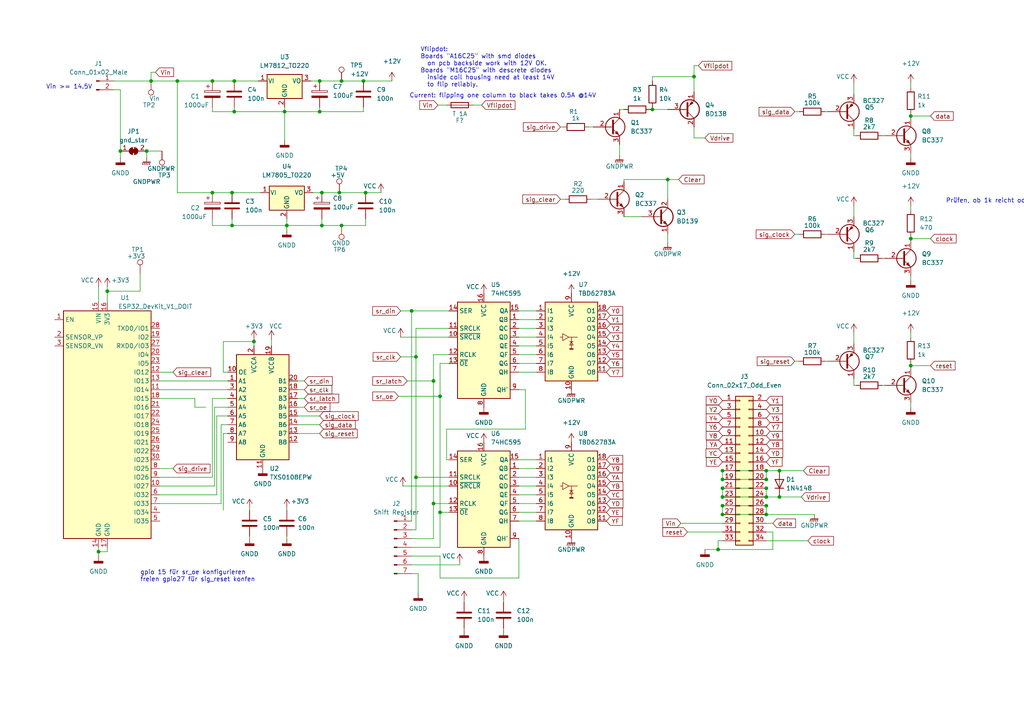
<source format=kicad_sch>
(kicad_sch (version 20211123) (generator eeschema)

  (uuid 80d89bc8-b809-4e58-bc5a-ab4fd0a46070)

  (paper "A4")

  

  (junction (at 67.31 65.405) (diameter 0) (color 0 0 0 0)
    (uuid 03d61a2b-abcd-4e97-a837-d1ebd4aa3d02)
  )
  (junction (at 61.595 23.495) (diameter 0) (color 0 0 0 0)
    (uuid 0a0d72ae-d11c-47d2-bf2c-107871a79d29)
  )
  (junction (at 99.06 23.495) (diameter 0) (color 0 0 0 0)
    (uuid 0bd68cfc-25fe-421f-9238-cc3891cc55d7)
  )
  (junction (at 209.55 136.525) (diameter 0) (color 0 0 0 0)
    (uuid 0ee9a6f9-733b-4eb5-9097-da08b625f4d0)
  )
  (junction (at 264.16 106.045) (diameter 0) (color 0 0 0 0)
    (uuid 1580fbc7-38b8-47f3-9bfd-55124a0fb65a)
  )
  (junction (at 209.55 144.145) (diameter 0) (color 0 0 0 0)
    (uuid 161a10ee-7b22-47c9-9e9c-53f177f13872)
  )
  (junction (at 93.345 55.88) (diameter 0) (color 0 0 0 0)
    (uuid 1674c21c-f029-4156-9d33-2a2e5a380493)
  )
  (junction (at 222.25 149.225) (diameter 0) (color 0 0 0 0)
    (uuid 18c71b36-e024-46e8-a54a-c9e48fc26834)
  )
  (junction (at 61.595 55.88) (diameter 0) (color 0 0 0 0)
    (uuid 2300b859-a34e-497a-b2f3-8add8d046207)
  )
  (junction (at 209.55 141.605) (diameter 0) (color 0 0 0 0)
    (uuid 262c933e-72b6-4ba0-8ef7-b5b9c2407842)
  )
  (junction (at 125.73 146.05) (diameter 0) (color 0 0 0 0)
    (uuid 29a95051-0792-43f5-b2ee-edadcea3d6e1)
  )
  (junction (at 82.55 32.385) (diameter 0) (color 0 0 0 0)
    (uuid 29ea344a-3b9f-4d88-9599-a366f70a516d)
  )
  (junction (at 43.815 23.495) (diameter 0) (color 0 0 0 0)
    (uuid 2cb6c0df-bad4-435b-a872-ea8a2a54cdc7)
  )
  (junction (at 193.675 52.07) (diameter 0) (color 0 0 0 0)
    (uuid 31e57640-6623-442a-b674-48bc3b40ca71)
  )
  (junction (at 222.25 136.525) (diameter 0) (color 0 0 0 0)
    (uuid 32d2e4c2-6947-4e2f-9e34-508e77d02374)
  )
  (junction (at 189.23 31.75) (diameter 0) (color 0 0 0 0)
    (uuid 3d62f834-74e4-468a-a15d-553824edaedd)
  )
  (junction (at 222.25 144.145) (diameter 0) (color 0 0 0 0)
    (uuid 44b5058c-a197-4b73-b41a-38e734a5e3eb)
  )
  (junction (at 264.16 33.655) (diameter 0) (color 0 0 0 0)
    (uuid 47a0f057-4773-4f4c-9d58-68e0aa1f0d84)
  )
  (junction (at 120.65 138.43) (diameter 0) (color 0 0 0 0)
    (uuid 4fdc15c2-b25a-44d1-b5ef-569144e9b4c9)
  )
  (junction (at 67.945 32.385) (diameter 0) (color 0 0 0 0)
    (uuid 56dc401e-3e88-4ea1-a5a0-a9568b75be97)
  )
  (junction (at 209.55 146.685) (diameter 0) (color 0 0 0 0)
    (uuid 662aa996-ff67-4eba-93ee-57ffc8d1630b)
  )
  (junction (at 92.71 23.495) (diameter 0) (color 0 0 0 0)
    (uuid 6815f41c-593b-43b0-9179-ba5a1b3741f8)
  )
  (junction (at 92.71 32.385) (diameter 0) (color 0 0 0 0)
    (uuid 70d2a342-79ba-4299-bac6-66851fc9598d)
  )
  (junction (at 209.55 149.225) (diameter 0) (color 0 0 0 0)
    (uuid 71b08e21-22a5-44a8-b29b-5c553d5a1a83)
  )
  (junction (at 222.25 139.065) (diameter 0) (color 0 0 0 0)
    (uuid 74308b4c-b926-4f71-a496-f43c340efb08)
  )
  (junction (at 34.925 43.815) (diameter 0) (color 0 0 0 0)
    (uuid 7565d38a-47ae-492d-aa2d-71ec9545c80f)
  )
  (junction (at 31.115 84.455) (diameter 0) (color 0 0 0 0)
    (uuid 7a0ce641-3e5f-435f-a773-931c3b1227ff)
  )
  (junction (at 93.345 65.405) (diameter 0) (color 0 0 0 0)
    (uuid 800df61a-c839-4ae2-9776-1c907dac8c19)
  )
  (junction (at 28.575 160.02) (diameter 0) (color 0 0 0 0)
    (uuid 8041ca59-ad9d-45e6-92de-4eaac532cf61)
  )
  (junction (at 226.06 144.145) (diameter 0) (color 0 0 0 0)
    (uuid 8510aa39-4c8f-46a4-b9e8-70869cf81d16)
  )
  (junction (at 125.73 110.49) (diameter 0) (color 0 0 0 0)
    (uuid 8e6813e0-724e-47e2-874c-9fc1828de9af)
  )
  (junction (at 67.945 23.495) (diameter 0) (color 0 0 0 0)
    (uuid 9140f8ef-b42b-491b-adca-37141dbefe8c)
  )
  (junction (at 73.66 99.06) (diameter 0) (color 0 0 0 0)
    (uuid 9f9f60ad-533a-44df-aa09-312f8817d3b2)
  )
  (junction (at 67.31 55.88) (diameter 0) (color 0 0 0 0)
    (uuid a3287ac3-eccb-4911-b32f-8fe846d3494e)
  )
  (junction (at 127.635 148.59) (diameter 0) (color 0 0 0 0)
    (uuid a5e8ce99-318a-4cb8-b020-c55886449336)
  )
  (junction (at 42.545 43.815) (diameter 0) (color 0 0 0 0)
    (uuid a99e3efe-2666-4390-b32b-2b38de17d460)
  )
  (junction (at 127.635 114.935) (diameter 0) (color 0 0 0 0)
    (uuid adac86a2-d060-40a4-8571-9fb35e3bb6b2)
  )
  (junction (at 99.06 65.405) (diameter 0) (color 0 0 0 0)
    (uuid b198b2d3-2370-4f1c-81e7-64453a1ac5b2)
  )
  (junction (at 83.185 65.405) (diameter 0) (color 0 0 0 0)
    (uuid b36f3659-8959-45bf-a984-dd34ffb12e95)
  )
  (junction (at 209.55 139.065) (diameter 0) (color 0 0 0 0)
    (uuid bb220b4e-1f14-461e-b9e5-cd475f011c41)
  )
  (junction (at 120.65 103.505) (diameter 0) (color 0 0 0 0)
    (uuid bd9d809b-2c43-449d-a4e3-77e2e87763da)
  )
  (junction (at 222.25 146.685) (diameter 0) (color 0 0 0 0)
    (uuid c68a64ca-7dc5-4a86-aa51-353d74916d24)
  )
  (junction (at 106.045 55.88) (diameter 0) (color 0 0 0 0)
    (uuid c6d7d5ca-ee84-4a75-a850-af840f3d2d00)
  )
  (junction (at 201.295 22.225) (diameter 0) (color 0 0 0 0)
    (uuid cc338c22-e0af-458c-bdbc-32a8e93a8314)
  )
  (junction (at 264.16 69.215) (diameter 0) (color 0 0 0 0)
    (uuid cdd83089-470f-41ea-b88a-ff3dcbbfe16c)
  )
  (junction (at 98.425 55.88) (diameter 0) (color 0 0 0 0)
    (uuid ced0c5a3-f0f8-4d7b-9e99-76ea11f94bdb)
  )
  (junction (at 208.28 159.385) (diameter 0) (color 0 0 0 0)
    (uuid d3216c8a-1736-4439-8053-e7f15f85ecb0)
  )
  (junction (at 222.25 141.605) (diameter 0) (color 0 0 0 0)
    (uuid e14abb2a-f63c-43d6-83da-9affc0987943)
  )
  (junction (at 51.435 23.495) (diameter 0) (color 0 0 0 0)
    (uuid e8b499cc-63d4-418d-a0e3-3b0edcbf0124)
  )
  (junction (at 226.06 136.525) (diameter 0) (color 0 0 0 0)
    (uuid ebaee278-ea46-443c-b535-95069f8a9fef)
  )
  (junction (at 105.41 23.495) (diameter 0) (color 0 0 0 0)
    (uuid f4849bb7-199f-4377-899e-5661ecacab0f)
  )
  (junction (at 119.38 90.17) (diameter 0) (color 0 0 0 0)
    (uuid f960ce81-67e2-423d-a71d-8a3a2640c64f)
  )

  (wire (pts (xy 120.65 153.67) (xy 119.38 153.67))
    (stroke (width 0) (type default) (color 0 0 0 0))
    (uuid 0171ab37-7acd-429a-a7da-7212daaf2961)
  )
  (wire (pts (xy 264.16 44.45) (xy 264.16 45.72))
    (stroke (width 0) (type default) (color 0 0 0 0))
    (uuid 018515c2-03e3-4de5-b13c-c0a4c0fd29ca)
  )
  (wire (pts (xy 86.36 113.03) (xy 88.265 113.03))
    (stroke (width 0) (type default) (color 0 0 0 0))
    (uuid 018da33a-ad14-407e-9df6-60b687972890)
  )
  (wire (pts (xy 86.36 123.19) (xy 92.71 123.19))
    (stroke (width 0) (type default) (color 0 0 0 0))
    (uuid 01ed6396-b8da-4070-878e-5ccc8dc9c875)
  )
  (wire (pts (xy 127.635 114.935) (xy 127.635 105.41))
    (stroke (width 0) (type default) (color 0 0 0 0))
    (uuid 028c11de-cc03-472d-8e08-3e2278c237d1)
  )
  (wire (pts (xy 116.205 103.505) (xy 120.65 103.505))
    (stroke (width 0) (type default) (color 0 0 0 0))
    (uuid 033e5e43-2be3-44a2-8a71-a604c3ee65c4)
  )
  (wire (pts (xy 133.35 163.83) (xy 133.35 163.195))
    (stroke (width 0) (type default) (color 0 0 0 0))
    (uuid 04a79605-9b48-4618-a006-72d0e7aa32ff)
  )
  (wire (pts (xy 127.635 158.75) (xy 127.635 148.59))
    (stroke (width 0) (type default) (color 0 0 0 0))
    (uuid 060a8235-4c3c-4603-ae24-4dc4232f7bfc)
  )
  (wire (pts (xy 64.135 146.05) (xy 64.135 123.19))
    (stroke (width 0) (type default) (color 0 0 0 0))
    (uuid 06bc59f1-1e4a-4d6d-b751-03b15a03be04)
  )
  (wire (pts (xy 92.71 32.385) (xy 82.55 32.385))
    (stroke (width 0) (type default) (color 0 0 0 0))
    (uuid 06c757dd-648c-4831-a5bf-b09ce6c877c0)
  )
  (wire (pts (xy 73.66 99.06) (xy 64.77 99.06))
    (stroke (width 0) (type default) (color 0 0 0 0))
    (uuid 073ecde1-b64a-4225-81ac-5f4bee4b2ae3)
  )
  (wire (pts (xy 72.39 155.575) (xy 72.39 156.21))
    (stroke (width 0) (type default) (color 0 0 0 0))
    (uuid 0b01debe-59bd-4aa4-af84-8e6bb8018975)
  )
  (wire (pts (xy 150.495 140.97) (xy 155.575 140.97))
    (stroke (width 0) (type default) (color 0 0 0 0))
    (uuid 0b8644da-6c48-459b-81f4-0d15cfb97cab)
  )
  (wire (pts (xy 92.71 23.495) (xy 99.06 23.495))
    (stroke (width 0) (type default) (color 0 0 0 0))
    (uuid 0bc3de64-b131-4968-9781-4bbd628c0f2a)
  )
  (wire (pts (xy 248.285 39.37) (xy 247.65 39.37))
    (stroke (width 0) (type default) (color 0 0 0 0))
    (uuid 0bf0b103-982b-4edb-8f3c-31b39c59173e)
  )
  (wire (pts (xy 61.595 32.385) (xy 61.595 31.115))
    (stroke (width 0) (type default) (color 0 0 0 0))
    (uuid 0bf99f6b-d6b1-4e85-977b-1eb74d487d62)
  )
  (wire (pts (xy 189.23 31.115) (xy 189.23 31.75))
    (stroke (width 0) (type default) (color 0 0 0 0))
    (uuid 0cd8465a-20a9-428e-a805-78b75348686f)
  )
  (wire (pts (xy 130.175 102.87) (xy 125.73 102.87))
    (stroke (width 0) (type default) (color 0 0 0 0))
    (uuid 0cdf8d28-c281-49de-8dce-5641a535029f)
  )
  (wire (pts (xy 62.865 120.65) (xy 62.865 143.51))
    (stroke (width 0) (type default) (color 0 0 0 0))
    (uuid 0ce30d4a-98ca-4f44-9194-9c4d52de1ec4)
  )
  (wire (pts (xy 86.36 110.49) (xy 88.265 110.49))
    (stroke (width 0) (type default) (color 0 0 0 0))
    (uuid 0d36ac52-396e-48e3-8392-93f9612cc854)
  )
  (wire (pts (xy 248.285 74.93) (xy 247.65 74.93))
    (stroke (width 0) (type default) (color 0 0 0 0))
    (uuid 0ed40224-3214-4204-b4dc-4d82d2408c00)
  )
  (wire (pts (xy 83.185 65.405) (xy 83.185 66.675))
    (stroke (width 0) (type default) (color 0 0 0 0))
    (uuid 10331b36-1e2d-49e5-8557-8a253a513ff9)
  )
  (wire (pts (xy 99.06 65.405) (xy 93.345 65.405))
    (stroke (width 0) (type default) (color 0 0 0 0))
    (uuid 103b02c5-81ee-45b5-b2c7-46b659b0aa56)
  )
  (wire (pts (xy 67.945 32.385) (xy 61.595 32.385))
    (stroke (width 0) (type default) (color 0 0 0 0))
    (uuid 1053d421-e340-4f03-a5a1-a855dac6fffd)
  )
  (wire (pts (xy 31.115 84.455) (xy 31.115 87.63))
    (stroke (width 0) (type default) (color 0 0 0 0))
    (uuid 10acd3a6-f2b2-4c66-a9bf-c4fbb84a9a90)
  )
  (wire (pts (xy 42.545 43.815) (xy 42.545 45.72))
    (stroke (width 0) (type default) (color 0 0 0 0))
    (uuid 17a8d555-3988-483a-8a2a-6e94db2fbf51)
  )
  (wire (pts (xy 264.16 116.84) (xy 264.16 118.11))
    (stroke (width 0) (type default) (color 0 0 0 0))
    (uuid 1ad1ee19-6da4-42de-9355-7e382a2cbdb4)
  )
  (wire (pts (xy 201.295 26.67) (xy 201.295 22.225))
    (stroke (width 0) (type default) (color 0 0 0 0))
    (uuid 1afcbe6c-1b42-494c-9f7a-d115602d9a9a)
  )
  (wire (pts (xy 118.11 110.49) (xy 125.73 110.49))
    (stroke (width 0) (type default) (color 0 0 0 0))
    (uuid 1bc588c6-924b-448a-a2a8-213258a41d82)
  )
  (wire (pts (xy 226.06 144.145) (xy 232.41 144.145))
    (stroke (width 0) (type default) (color 0 0 0 0))
    (uuid 1c50113e-3b89-42ea-b455-5213e5ee1482)
  )
  (wire (pts (xy 264.16 33.655) (xy 264.16 34.29))
    (stroke (width 0) (type default) (color 0 0 0 0))
    (uuid 1d48afd6-512a-495b-a043-15e44e76246e)
  )
  (wire (pts (xy 150.495 146.05) (xy 155.575 146.05))
    (stroke (width 0) (type default) (color 0 0 0 0))
    (uuid 1e8b3a30-e213-46e6-a855-309d5dc769a5)
  )
  (wire (pts (xy 83.185 63.5) (xy 83.185 65.405))
    (stroke (width 0) (type default) (color 0 0 0 0))
    (uuid 1f9c38f6-3cc6-4b48-b086-4be23ad5fe90)
  )
  (wire (pts (xy 247.65 24.13) (xy 247.65 27.305))
    (stroke (width 0) (type default) (color 0 0 0 0))
    (uuid 216326a2-8477-4b52-863f-684539c94e1b)
  )
  (wire (pts (xy 239.395 32.385) (xy 240.03 32.385))
    (stroke (width 0) (type default) (color 0 0 0 0))
    (uuid 2281516c-12c6-4f71-a4d7-1c10a4eb045f)
  )
  (wire (pts (xy 40.64 84.455) (xy 31.115 84.455))
    (stroke (width 0) (type default) (color 0 0 0 0))
    (uuid 23782758-29b6-402c-ad29-a1d0a5a77ebe)
  )
  (wire (pts (xy 163.195 36.83) (xy 162.56 36.83))
    (stroke (width 0) (type default) (color 0 0 0 0))
    (uuid 24f3323b-ff04-4161-991f-3de863941c4b)
  )
  (wire (pts (xy 61.595 63.5) (xy 61.595 65.405))
    (stroke (width 0) (type default) (color 0 0 0 0))
    (uuid 265ecac5-9499-43ab-99bc-5c72917e4ca4)
  )
  (wire (pts (xy 46.355 138.43) (xy 61.595 138.43))
    (stroke (width 0) (type default) (color 0 0 0 0))
    (uuid 269fc16b-a1ed-4714-a09f-07f0146a81a3)
  )
  (wire (pts (xy 66.04 115.57) (xy 61.595 115.57))
    (stroke (width 0) (type default) (color 0 0 0 0))
    (uuid 29b7491b-11c6-4b03-8086-840cba8b3520)
  )
  (wire (pts (xy 150.495 92.71) (xy 155.575 92.71))
    (stroke (width 0) (type default) (color 0 0 0 0))
    (uuid 29eab619-690f-40eb-9cc2-f91e8d04312a)
  )
  (wire (pts (xy 150.495 133.35) (xy 155.575 133.35))
    (stroke (width 0) (type default) (color 0 0 0 0))
    (uuid 2a8b1789-6de2-4c22-b310-1a13f445ea38)
  )
  (wire (pts (xy 189.23 31.75) (xy 193.675 31.75))
    (stroke (width 0) (type default) (color 0 0 0 0))
    (uuid 2bd17819-1de8-42fb-8a2c-cbf38026b94d)
  )
  (wire (pts (xy 45.085 20.955) (xy 43.815 20.955))
    (stroke (width 0) (type default) (color 0 0 0 0))
    (uuid 2d083d33-5a5b-4490-a829-b4ba31c3d35a)
  )
  (wire (pts (xy 90.805 55.88) (xy 93.345 55.88))
    (stroke (width 0) (type default) (color 0 0 0 0))
    (uuid 2edb418f-c7a3-4348-9757-d7ddf42b2325)
  )
  (wire (pts (xy 106.045 63.5) (xy 106.045 65.405))
    (stroke (width 0) (type default) (color 0 0 0 0))
    (uuid 2ff923a5-3e65-4c5b-a8da-a3d43df967d8)
  )
  (wire (pts (xy 28.575 83.185) (xy 28.575 87.63))
    (stroke (width 0) (type default) (color 0 0 0 0))
    (uuid 312cb0c0-832a-432b-9ccf-92cc754f3d3c)
  )
  (wire (pts (xy 171.45 57.785) (xy 173.355 57.785))
    (stroke (width 0) (type default) (color 0 0 0 0))
    (uuid 34d234de-1b5f-432a-b5e8-57ee0e449662)
  )
  (wire (pts (xy 127.635 161.29) (xy 119.38 161.29))
    (stroke (width 0) (type default) (color 0 0 0 0))
    (uuid 368a786f-fcca-47f1-a18a-072f5369c5b5)
  )
  (wire (pts (xy 67.31 65.405) (xy 83.185 65.405))
    (stroke (width 0) (type default) (color 0 0 0 0))
    (uuid 37624d33-07e9-437d-ba18-bd2647cb98f3)
  )
  (wire (pts (xy 73.66 98.425) (xy 73.66 99.06))
    (stroke (width 0) (type default) (color 0 0 0 0))
    (uuid 380110a9-c9fd-490c-a19f-2af95e767a3c)
  )
  (wire (pts (xy 222.25 156.845) (xy 234.315 156.845))
    (stroke (width 0) (type default) (color 0 0 0 0))
    (uuid 382416ee-92db-493d-81a9-9aaca4dcef3e)
  )
  (wire (pts (xy 239.395 67.945) (xy 240.03 67.945))
    (stroke (width 0) (type default) (color 0 0 0 0))
    (uuid 3898a68d-02e5-4501-84ff-a6ae08f790de)
  )
  (wire (pts (xy 83.185 147.32) (xy 83.185 147.955))
    (stroke (width 0) (type default) (color 0 0 0 0))
    (uuid 397bec90-e045-4d8a-9136-1f2939d4914a)
  )
  (wire (pts (xy 119.38 166.37) (xy 121.285 166.37))
    (stroke (width 0) (type default) (color 0 0 0 0))
    (uuid 3bbe7b9f-84c8-463f-a25c-db7e81a9de65)
  )
  (wire (pts (xy 127.635 148.59) (xy 127.635 114.935))
    (stroke (width 0) (type default) (color 0 0 0 0))
    (uuid 3bbf68ea-7ed7-41fa-ab37-bac2a0b6cdcf)
  )
  (wire (pts (xy 62.23 118.11) (xy 66.04 118.11))
    (stroke (width 0) (type default) (color 0 0 0 0))
    (uuid 3c68a9f5-e5e4-4fb5-8485-d346ab9df0a4)
  )
  (wire (pts (xy 106.045 55.88) (xy 110.49 55.88))
    (stroke (width 0) (type default) (color 0 0 0 0))
    (uuid 3d42c53d-63e5-4e4c-9b19-6db8f302d5ce)
  )
  (wire (pts (xy 224.155 159.385) (xy 208.28 159.385))
    (stroke (width 0) (type default) (color 0 0 0 0))
    (uuid 3d7ab83e-571c-4c95-baf0-e150a9f110dc)
  )
  (wire (pts (xy 46.355 146.05) (xy 64.135 146.05))
    (stroke (width 0) (type default) (color 0 0 0 0))
    (uuid 3f92db0e-37e8-4e6b-8ddb-77f86a17cfa8)
  )
  (wire (pts (xy 152.4 124.46) (xy 129.54 124.46))
    (stroke (width 0) (type default) (color 0 0 0 0))
    (uuid 3fe9a48b-78df-437a-8e66-5eedbd0469ad)
  )
  (wire (pts (xy 264.16 96.52) (xy 264.16 97.79))
    (stroke (width 0) (type default) (color 0 0 0 0))
    (uuid 4236ef43-ec1a-45ad-be89-091257bfcc41)
  )
  (wire (pts (xy 93.345 55.88) (xy 98.425 55.88))
    (stroke (width 0) (type default) (color 0 0 0 0))
    (uuid 46b09a85-042b-4d6a-8ba0-a7b9fa7f3c3b)
  )
  (wire (pts (xy 61.595 55.88) (xy 67.31 55.88))
    (stroke (width 0) (type default) (color 0 0 0 0))
    (uuid 46ee6bd4-13c7-46a5-b915-8cad87229b73)
  )
  (wire (pts (xy 255.905 74.93) (xy 256.54 74.93))
    (stroke (width 0) (type default) (color 0 0 0 0))
    (uuid 47c27c37-a56d-4a02-a656-4f1b3991cd61)
  )
  (wire (pts (xy 222.25 149.225) (xy 236.22 149.225))
    (stroke (width 0) (type default) (color 0 0 0 0))
    (uuid 47c3290a-9e30-48db-b33d-c84034fcef6a)
  )
  (wire (pts (xy 230.505 32.385) (xy 231.775 32.385))
    (stroke (width 0) (type default) (color 0 0 0 0))
    (uuid 4ba71937-e3d3-4510-af40-ec8e5b6c6d70)
  )
  (wire (pts (xy 134.62 182.245) (xy 134.62 182.88))
    (stroke (width 0) (type default) (color 0 0 0 0))
    (uuid 5177750f-571c-4f6b-a308-cd29b5a4c5aa)
  )
  (wire (pts (xy 119.38 158.75) (xy 127.635 158.75))
    (stroke (width 0) (type default) (color 0 0 0 0))
    (uuid 51ab0f02-00d8-481a-8497-e42db0a857a0)
  )
  (wire (pts (xy 264.16 59.69) (xy 264.16 60.96))
    (stroke (width 0) (type default) (color 0 0 0 0))
    (uuid 52e4bd15-3e6c-41b2-b4a2-7f2c0ec17451)
  )
  (wire (pts (xy 125.73 110.49) (xy 125.73 146.05))
    (stroke (width 0) (type default) (color 0 0 0 0))
    (uuid 5437e978-e155-4251-be05-1f8f1da457ff)
  )
  (wire (pts (xy 51.435 55.88) (xy 61.595 55.88))
    (stroke (width 0) (type default) (color 0 0 0 0))
    (uuid 55b2f02e-86b7-4438-bb56-53252363e756)
  )
  (wire (pts (xy 180.975 62.865) (xy 186.055 62.865))
    (stroke (width 0) (type default) (color 0 0 0 0))
    (uuid 56cc0992-caaa-4886-b3a0-83569530e5fd)
  )
  (wire (pts (xy 150.495 97.79) (xy 155.575 97.79))
    (stroke (width 0) (type default) (color 0 0 0 0))
    (uuid 5898dbdf-9a1b-4f4c-b476-84e70029b143)
  )
  (wire (pts (xy 222.25 151.765) (xy 224.155 151.765))
    (stroke (width 0) (type default) (color 0 0 0 0))
    (uuid 590b9b69-fddf-4bb0-97b9-514d4d5361b7)
  )
  (wire (pts (xy 209.55 139.065) (xy 222.25 139.065))
    (stroke (width 0) (type default) (color 0 0 0 0))
    (uuid 595e677f-ac79-4337-a30d-5791a17105ba)
  )
  (wire (pts (xy 64.77 125.73) (xy 64.77 147.955))
    (stroke (width 0) (type default) (color 0 0 0 0))
    (uuid 5a4d465d-e2fd-4ae8-aada-5d54b185331b)
  )
  (wire (pts (xy 82.55 32.385) (xy 67.945 32.385))
    (stroke (width 0) (type default) (color 0 0 0 0))
    (uuid 5a5ff805-77b4-4bff-9d87-bdd612c244af)
  )
  (wire (pts (xy 209.55 136.525) (xy 209.55 139.065))
    (stroke (width 0) (type default) (color 0 0 0 0))
    (uuid 5ba91c52-00e1-4a15-8118-4fb044fd7750)
  )
  (wire (pts (xy 180.975 52.07) (xy 180.975 52.705))
    (stroke (width 0) (type default) (color 0 0 0 0))
    (uuid 5daf7a98-fd2c-4c75-acf8-45bdfe325cd8)
  )
  (wire (pts (xy 224.155 154.305) (xy 224.155 159.385))
    (stroke (width 0) (type default) (color 0 0 0 0))
    (uuid 5e868172-3b0f-454a-8563-e61f7c4a96a5)
  )
  (wire (pts (xy 150.495 107.95) (xy 155.575 107.95))
    (stroke (width 0) (type default) (color 0 0 0 0))
    (uuid 5e921594-9080-46cf-a6f9-5c882aa7cc89)
  )
  (wire (pts (xy 189.23 22.225) (xy 189.23 23.495))
    (stroke (width 0) (type default) (color 0 0 0 0))
    (uuid 5ee0e005-6265-484f-9888-1738e2b8623c)
  )
  (wire (pts (xy 46.355 143.51) (xy 62.865 143.51))
    (stroke (width 0) (type default) (color 0 0 0 0))
    (uuid 60442db8-a728-4082-95ae-faba7332ddf2)
  )
  (wire (pts (xy 264.16 69.215) (xy 264.16 69.85))
    (stroke (width 0) (type default) (color 0 0 0 0))
    (uuid 616a7bc1-6ce1-47b7-95ec-6141d1f9fa34)
  )
  (wire (pts (xy 106.045 65.405) (xy 99.06 65.405))
    (stroke (width 0) (type default) (color 0 0 0 0))
    (uuid 62228e7c-6ee0-4568-b2e9-0ae3033d5d12)
  )
  (wire (pts (xy 209.55 141.605) (xy 222.25 141.605))
    (stroke (width 0) (type default) (color 0 0 0 0))
    (uuid 6443195e-942a-4781-9567-1dda5236a4ce)
  )
  (wire (pts (xy 34.925 26.035) (xy 33.02 26.035))
    (stroke (width 0) (type default) (color 0 0 0 0))
    (uuid 66205764-6d44-40a9-ab49-e9523492b6d3)
  )
  (wire (pts (xy 152.4 113.03) (xy 152.4 124.46))
    (stroke (width 0) (type default) (color 0 0 0 0))
    (uuid 67448d02-c24a-4fbd-86eb-62b4afaaf281)
  )
  (wire (pts (xy 43.815 23.495) (xy 51.435 23.495))
    (stroke (width 0) (type default) (color 0 0 0 0))
    (uuid 67b0d133-e14b-4b56-ad3d-b8acfd41fa33)
  )
  (wire (pts (xy 193.675 57.785) (xy 193.675 52.07))
    (stroke (width 0) (type default) (color 0 0 0 0))
    (uuid 67c4261e-1840-4307-a0ce-db8fec9bf59d)
  )
  (wire (pts (xy 46.355 135.89) (xy 50.165 135.89))
    (stroke (width 0) (type default) (color 0 0 0 0))
    (uuid 6818933f-696e-4b70-82de-b50bba43ab40)
  )
  (wire (pts (xy 125.73 102.87) (xy 125.73 110.49))
    (stroke (width 0) (type default) (color 0 0 0 0))
    (uuid 686e83b9-e037-49c8-ad11-c8c19317d5b9)
  )
  (wire (pts (xy 129.54 133.35) (xy 130.175 133.35))
    (stroke (width 0) (type default) (color 0 0 0 0))
    (uuid 6a278671-bb57-4d7f-93da-25ff82bbdce9)
  )
  (wire (pts (xy 230.505 104.775) (xy 231.775 104.775))
    (stroke (width 0) (type default) (color 0 0 0 0))
    (uuid 6a7581f1-19a0-44c2-b4ea-07d8e0fcccab)
  )
  (wire (pts (xy 105.41 32.385) (xy 92.71 32.385))
    (stroke (width 0) (type default) (color 0 0 0 0))
    (uuid 6b6a1787-eca0-44e3-bb15-f34a837dff7b)
  )
  (wire (pts (xy 222.25 141.605) (xy 222.25 144.145))
    (stroke (width 0) (type default) (color 0 0 0 0))
    (uuid 6b8df514-4e70-4053-b285-3466d197fa8e)
  )
  (wire (pts (xy 61.595 115.57) (xy 61.595 138.43))
    (stroke (width 0) (type default) (color 0 0 0 0))
    (uuid 6ba19dc2-dcae-4ffc-896d-cab4a78feb27)
  )
  (wire (pts (xy 31.115 83.185) (xy 31.115 84.455))
    (stroke (width 0) (type default) (color 0 0 0 0))
    (uuid 6cd6a7a3-8966-414b-860d-702e644cbd71)
  )
  (wire (pts (xy 209.55 149.225) (xy 222.25 149.225))
    (stroke (width 0) (type default) (color 0 0 0 0))
    (uuid 6f403bf0-b994-491b-865a-1df4622b3495)
  )
  (wire (pts (xy 264.16 106.045) (xy 264.16 106.68))
    (stroke (width 0) (type default) (color 0 0 0 0))
    (uuid 6f73bfc6-5a4c-4dc2-a227-6de1aa837a5e)
  )
  (wire (pts (xy 56.515 118.11) (xy 59.69 118.11))
    (stroke (width 0) (type default) (color 0 0 0 0))
    (uuid 705d9097-9b0d-4c5f-a5ab-8c65d009b953)
  )
  (wire (pts (xy 67.31 63.5) (xy 67.31 65.405))
    (stroke (width 0) (type default) (color 0 0 0 0))
    (uuid 708cee4c-2a3c-48cd-a0eb-32d5a0f1ceff)
  )
  (wire (pts (xy 83.185 155.575) (xy 83.185 156.21))
    (stroke (width 0) (type default) (color 0 0 0 0))
    (uuid 70b436af-3a78-425e-99d8-c4b6cbcd7064)
  )
  (wire (pts (xy 115.57 114.935) (xy 127.635 114.935))
    (stroke (width 0) (type default) (color 0 0 0 0))
    (uuid 7459d32d-f597-4b69-a493-d44c833c9173)
  )
  (wire (pts (xy 209.55 146.685) (xy 209.55 149.225))
    (stroke (width 0) (type default) (color 0 0 0 0))
    (uuid 7632e4cf-d494-4b4c-988c-45ae2ee45d4b)
  )
  (wire (pts (xy 264.16 33.02) (xy 264.16 33.655))
    (stroke (width 0) (type default) (color 0 0 0 0))
    (uuid 76ca19e4-abe4-4901-8b82-7c2c26e8bc13)
  )
  (wire (pts (xy 105.41 23.495) (xy 113.665 23.495))
    (stroke (width 0) (type default) (color 0 0 0 0))
    (uuid 783702b8-a19d-4c24-9f0d-bab179115366)
  )
  (wire (pts (xy 42.545 43.815) (xy 46.99 43.815))
    (stroke (width 0) (type default) (color 0 0 0 0))
    (uuid 7933fe5e-bc60-4dea-8dec-86c4d68edae8)
  )
  (wire (pts (xy 150.495 156.21) (xy 150.495 167.64))
    (stroke (width 0) (type default) (color 0 0 0 0))
    (uuid 7d0dfdb4-86c6-4d43-955e-e4a55b90e5c3)
  )
  (wire (pts (xy 40.64 79.375) (xy 40.64 84.455))
    (stroke (width 0) (type default) (color 0 0 0 0))
    (uuid 7eb13d2d-cd62-4721-a598-1290a4867e85)
  )
  (wire (pts (xy 150.495 138.43) (xy 155.575 138.43))
    (stroke (width 0) (type default) (color 0 0 0 0))
    (uuid 7eb96ad3-29fd-4b01-ba4f-5c1bb4e170e1)
  )
  (wire (pts (xy 134.62 173.99) (xy 134.62 174.625))
    (stroke (width 0) (type default) (color 0 0 0 0))
    (uuid 7ebf7075-7bdc-4f37-aab2-6bac1a336833)
  )
  (wire (pts (xy 99.06 23.495) (xy 105.41 23.495))
    (stroke (width 0) (type default) (color 0 0 0 0))
    (uuid 7f2e3854-4c0d-41e8-a91e-c14b523b197a)
  )
  (wire (pts (xy 150.495 100.33) (xy 155.575 100.33))
    (stroke (width 0) (type default) (color 0 0 0 0))
    (uuid 805df14c-dd12-4ea1-932f-320275d021fa)
  )
  (wire (pts (xy 46.355 115.57) (xy 56.515 115.57))
    (stroke (width 0) (type default) (color 0 0 0 0))
    (uuid 82d961c3-a434-442d-8deb-8ec4373890fd)
  )
  (wire (pts (xy 179.705 41.91) (xy 179.705 45.085))
    (stroke (width 0) (type default) (color 0 0 0 0))
    (uuid 84f7265a-99ef-456f-9ac3-325fdeea13a4)
  )
  (wire (pts (xy 264.16 80.01) (xy 264.16 81.28))
    (stroke (width 0) (type default) (color 0 0 0 0))
    (uuid 850b879a-d6d9-45b5-8deb-79babffb8fe8)
  )
  (wire (pts (xy 90.17 23.495) (xy 92.71 23.495))
    (stroke (width 0) (type default) (color 0 0 0 0))
    (uuid 8521d2ea-1e6e-4355-b62e-45d892158a67)
  )
  (wire (pts (xy 204.47 159.385) (xy 208.28 159.385))
    (stroke (width 0) (type default) (color 0 0 0 0))
    (uuid 858107db-db9e-42c2-9bff-1a3c526c68a6)
  )
  (wire (pts (xy 116.84 140.97) (xy 130.175 140.97))
    (stroke (width 0) (type default) (color 0 0 0 0))
    (uuid 85a6b9e0-35d0-459c-83b0-7998429255dd)
  )
  (wire (pts (xy 127 30.48) (xy 129.54 30.48))
    (stroke (width 0) (type default) (color 0 0 0 0))
    (uuid 85d44aae-71a3-45d9-9d71-b996028955cc)
  )
  (wire (pts (xy 125.73 146.05) (xy 125.73 156.21))
    (stroke (width 0) (type default) (color 0 0 0 0))
    (uuid 8603c220-907e-4209-8b30-c7e18e14b453)
  )
  (wire (pts (xy 129.54 124.46) (xy 129.54 133.35))
    (stroke (width 0) (type default) (color 0 0 0 0))
    (uuid 86a073d4-8cf7-4766-b6c6-91fc8dff211a)
  )
  (wire (pts (xy 208.28 159.385) (xy 208.28 156.845))
    (stroke (width 0) (type default) (color 0 0 0 0))
    (uuid 872055b8-73e5-4003-b906-380fc1fdedac)
  )
  (wire (pts (xy 46.355 113.03) (xy 66.04 113.03))
    (stroke (width 0) (type default) (color 0 0 0 0))
    (uuid 87ba2290-c1e3-4897-af0b-64f7494ade45)
  )
  (wire (pts (xy 197.485 151.765) (xy 209.55 151.765))
    (stroke (width 0) (type default) (color 0 0 0 0))
    (uuid 89455cb1-5724-49e7-800a-11435fd89420)
  )
  (wire (pts (xy 31.115 158.75) (xy 31.115 160.02))
    (stroke (width 0) (type default) (color 0 0 0 0))
    (uuid 8aa3b0e0-d66e-40c4-9189-fac4a359be9d)
  )
  (wire (pts (xy 150.495 151.13) (xy 155.575 151.13))
    (stroke (width 0) (type default) (color 0 0 0 0))
    (uuid 8b6f938b-f660-40e3-9d0b-c10fad9a568b)
  )
  (wire (pts (xy 248.285 111.76) (xy 247.65 111.76))
    (stroke (width 0) (type default) (color 0 0 0 0))
    (uuid 8b8538c4-c0a1-4ec3-9918-89c2da18d7e1)
  )
  (wire (pts (xy 78.74 98.425) (xy 78.74 100.33))
    (stroke (width 0) (type default) (color 0 0 0 0))
    (uuid 90a88a7e-0490-4a8f-b70c-92d0a3ba155e)
  )
  (wire (pts (xy 239.395 104.775) (xy 240.03 104.775))
    (stroke (width 0) (type default) (color 0 0 0 0))
    (uuid 92050885-77de-4dbb-b1c0-8074b20f0ad7)
  )
  (wire (pts (xy 64.135 123.19) (xy 66.04 123.19))
    (stroke (width 0) (type default) (color 0 0 0 0))
    (uuid 928db154-085e-407b-8ca4-b46950d5bb42)
  )
  (wire (pts (xy 120.65 103.505) (xy 120.65 138.43))
    (stroke (width 0) (type default) (color 0 0 0 0))
    (uuid 92c43f9e-a6bb-4e7c-bc50-ff5dd5de760f)
  )
  (wire (pts (xy 222.25 144.145) (xy 226.06 144.145))
    (stroke (width 0) (type default) (color 0 0 0 0))
    (uuid 938d1b33-2709-4876-a4db-788569b218a8)
  )
  (wire (pts (xy 64.77 107.95) (xy 66.04 107.95))
    (stroke (width 0) (type default) (color 0 0 0 0))
    (uuid 93a4d88e-bc96-4dfa-9e44-3eb80a73e779)
  )
  (wire (pts (xy 201.295 19.05) (xy 202.565 19.05))
    (stroke (width 0) (type default) (color 0 0 0 0))
    (uuid 95c60966-c338-4d75-9abd-6912aa6f2a12)
  )
  (wire (pts (xy 222.25 136.525) (xy 222.25 139.065))
    (stroke (width 0) (type default) (color 0 0 0 0))
    (uuid 97f949d9-5feb-4fc6-ad1e-2ce37c503179)
  )
  (wire (pts (xy 105.41 31.115) (xy 105.41 32.385))
    (stroke (width 0) (type default) (color 0 0 0 0))
    (uuid 981d2819-63d9-4641-95e1-e8a734fd78c0)
  )
  (wire (pts (xy 247.65 59.69) (xy 247.65 62.865))
    (stroke (width 0) (type default) (color 0 0 0 0))
    (uuid 98f7daa8-6b05-44c2-8d46-bd4da99370b0)
  )
  (wire (pts (xy 43.815 20.955) (xy 43.815 23.495))
    (stroke (width 0) (type default) (color 0 0 0 0))
    (uuid 996ab8b0-eba3-4863-9ce7-48af80a42d6c)
  )
  (wire (pts (xy 67.31 55.88) (xy 75.565 55.88))
    (stroke (width 0) (type default) (color 0 0 0 0))
    (uuid 99e1ea36-909d-4ba3-aacd-8122483bf661)
  )
  (wire (pts (xy 150.495 167.64) (xy 127.635 167.64))
    (stroke (width 0) (type default) (color 0 0 0 0))
    (uuid 9e2754fc-0d4f-438d-9191-2c0a4fc6e6a4)
  )
  (wire (pts (xy 264.16 33.655) (xy 269.875 33.655))
    (stroke (width 0) (type default) (color 0 0 0 0))
    (uuid 9ef71133-0280-45ff-ae15-1a3cd7c163fc)
  )
  (wire (pts (xy 222.25 136.525) (xy 226.06 136.525))
    (stroke (width 0) (type default) (color 0 0 0 0))
    (uuid 9ff7da25-ceaa-4f88-8e32-8cc80b8562ad)
  )
  (wire (pts (xy 46.355 140.97) (xy 62.23 140.97))
    (stroke (width 0) (type default) (color 0 0 0 0))
    (uuid a156f89a-6f27-4fc9-81fa-2b954353981f)
  )
  (wire (pts (xy 146.05 182.245) (xy 146.05 182.88))
    (stroke (width 0) (type default) (color 0 0 0 0))
    (uuid a1cffb09-cc31-4c18-85ad-1768f0ef954e)
  )
  (wire (pts (xy 193.675 52.07) (xy 180.975 52.07))
    (stroke (width 0) (type default) (color 0 0 0 0))
    (uuid a2527cfc-0995-4609-b9da-8b5652c1decb)
  )
  (wire (pts (xy 67.945 23.495) (xy 74.93 23.495))
    (stroke (width 0) (type default) (color 0 0 0 0))
    (uuid a2d4d7a2-e257-4938-8ec4-fb459931a86b)
  )
  (wire (pts (xy 119.38 90.17) (xy 130.175 90.17))
    (stroke (width 0) (type default) (color 0 0 0 0))
    (uuid a34a6b65-50c5-49d3-870a-d9aece34fd5e)
  )
  (wire (pts (xy 33.02 23.495) (xy 43.815 23.495))
    (stroke (width 0) (type default) (color 0 0 0 0))
    (uuid a3e34f36-98cc-4876-9aba-f8f0c4324c32)
  )
  (wire (pts (xy 67.945 31.115) (xy 67.945 32.385))
    (stroke (width 0) (type default) (color 0 0 0 0))
    (uuid a5920bbf-fa89-490d-8804-2f9ce7d446ad)
  )
  (wire (pts (xy 180.975 31.75) (xy 179.705 31.75))
    (stroke (width 0) (type default) (color 0 0 0 0))
    (uuid ab38ac8c-d772-4e31-8ef8-dea419571927)
  )
  (wire (pts (xy 137.16 30.48) (xy 139.7 30.48))
    (stroke (width 0) (type default) (color 0 0 0 0))
    (uuid ab429406-f15d-4587-a3b8-7b47eb2f72b9)
  )
  (wire (pts (xy 208.28 156.845) (xy 209.55 156.845))
    (stroke (width 0) (type default) (color 0 0 0 0))
    (uuid ad9ec1bf-2c27-41d7-9ab0-2b6ec57d31f5)
  )
  (wire (pts (xy 56.515 115.57) (xy 56.515 118.11))
    (stroke (width 0) (type default) (color 0 0 0 0))
    (uuid af34e542-efa1-4567-9311-f9b86dbdd198)
  )
  (wire (pts (xy 34.925 26.035) (xy 34.925 43.815))
    (stroke (width 0) (type default) (color 0 0 0 0))
    (uuid af4287af-e66b-480f-822e-d0ffb08f6407)
  )
  (wire (pts (xy 264.16 68.58) (xy 264.16 69.215))
    (stroke (width 0) (type default) (color 0 0 0 0))
    (uuid af56e0f6-2afa-4c55-a98c-26a10671cdbc)
  )
  (wire (pts (xy 46.355 110.49) (xy 66.04 110.49))
    (stroke (width 0) (type default) (color 0 0 0 0))
    (uuid b16e7e6c-d815-44ec-9b6e-3bdeba9596c2)
  )
  (wire (pts (xy 199.39 154.305) (xy 209.55 154.305))
    (stroke (width 0) (type default) (color 0 0 0 0))
    (uuid b1dd2fa6-6ced-4610-9c9a-e0f5131a40b7)
  )
  (wire (pts (xy 209.55 141.605) (xy 209.55 144.145))
    (stroke (width 0) (type default) (color 0 0 0 0))
    (uuid b20227fb-9ae1-4b16-9c95-e5177d42f2f7)
  )
  (wire (pts (xy 150.495 148.59) (xy 155.575 148.59))
    (stroke (width 0) (type default) (color 0 0 0 0))
    (uuid b332478a-3546-4092-9f1e-828135d83b9d)
  )
  (wire (pts (xy 120.65 138.43) (xy 130.175 138.43))
    (stroke (width 0) (type default) (color 0 0 0 0))
    (uuid b3bfab97-a514-4793-9a93-fd3af7546170)
  )
  (wire (pts (xy 150.495 105.41) (xy 155.575 105.41))
    (stroke (width 0) (type default) (color 0 0 0 0))
    (uuid b4e7b94f-534c-4414-8157-ef498f08874b)
  )
  (wire (pts (xy 51.435 55.88) (xy 51.435 23.495))
    (stroke (width 0) (type default) (color 0 0 0 0))
    (uuid b6da8327-0bdc-4ca9-9cd6-3d9f90f4f8e6)
  )
  (wire (pts (xy 146.05 173.99) (xy 146.05 174.625))
    (stroke (width 0) (type default) (color 0 0 0 0))
    (uuid b8a1aaea-5458-4315-a4a3-ea2e36c384e4)
  )
  (wire (pts (xy 28.575 160.02) (xy 28.575 161.29))
    (stroke (width 0) (type default) (color 0 0 0 0))
    (uuid b96ec42c-6d52-4a9e-8c13-935f6c256e7e)
  )
  (wire (pts (xy 170.815 36.83) (xy 172.085 36.83))
    (stroke (width 0) (type default) (color 0 0 0 0))
    (uuid b9708401-1e0e-4c4f-9dbd-fa7c4bf38260)
  )
  (wire (pts (xy 264.16 69.215) (xy 269.875 69.215))
    (stroke (width 0) (type default) (color 0 0 0 0))
    (uuid b99b98e8-feff-44c7-a789-0ef3bb7d1d9a)
  )
  (wire (pts (xy 121.285 166.37) (xy 121.285 172.085))
    (stroke (width 0) (type default) (color 0 0 0 0))
    (uuid ba28ee65-7348-4746-aa4e-dc20e4167293)
  )
  (wire (pts (xy 98.425 55.88) (xy 106.045 55.88))
    (stroke (width 0) (type default) (color 0 0 0 0))
    (uuid bb1ba22e-dc0f-478e-8b87-ba75410617de)
  )
  (wire (pts (xy 86.36 118.11) (xy 88.265 118.11))
    (stroke (width 0) (type default) (color 0 0 0 0))
    (uuid bbe60993-b495-4cc0-91ed-cb63482e4322)
  )
  (wire (pts (xy 120.65 95.25) (xy 120.65 103.505))
    (stroke (width 0) (type default) (color 0 0 0 0))
    (uuid bd8f8ee9-9791-4f2a-8061-cae7132af4b3)
  )
  (wire (pts (xy 66.04 125.73) (xy 64.77 125.73))
    (stroke (width 0) (type default) (color 0 0 0 0))
    (uuid beaf8fa1-72b4-4456-8cad-4cdae7739152)
  )
  (wire (pts (xy 61.595 23.495) (xy 67.945 23.495))
    (stroke (width 0) (type default) (color 0 0 0 0))
    (uuid bed5de69-8c88-43f0-90cf-6f23f777f07a)
  )
  (wire (pts (xy 61.595 65.405) (xy 67.31 65.405))
    (stroke (width 0) (type default) (color 0 0 0 0))
    (uuid bf05fea5-85b1-470f-81a3-2c2cab69bbf4)
  )
  (wire (pts (xy 120.65 138.43) (xy 120.65 153.67))
    (stroke (width 0) (type default) (color 0 0 0 0))
    (uuid c3d9ed98-39e7-460a-bc32-1e761a09cd09)
  )
  (wire (pts (xy 193.675 67.945) (xy 193.675 70.485))
    (stroke (width 0) (type default) (color 0 0 0 0))
    (uuid c4c61379-d58f-4ee8-91d6-79854ad80d46)
  )
  (wire (pts (xy 264.16 24.13) (xy 264.16 25.4))
    (stroke (width 0) (type default) (color 0 0 0 0))
    (uuid c4f19120-1cc7-4d1e-8a6f-1a7ad19cd8df)
  )
  (wire (pts (xy 130.175 95.25) (xy 120.65 95.25))
    (stroke (width 0) (type default) (color 0 0 0 0))
    (uuid c5391dea-0827-4f3a-a0e7-3fa9f2476bcb)
  )
  (wire (pts (xy 150.495 102.87) (xy 155.575 102.87))
    (stroke (width 0) (type default) (color 0 0 0 0))
    (uuid c5525d37-b5a6-432c-b624-165109f49879)
  )
  (wire (pts (xy 255.905 39.37) (xy 256.54 39.37))
    (stroke (width 0) (type default) (color 0 0 0 0))
    (uuid c5bbf62e-4451-498b-a8e5-2619eedebe7e)
  )
  (wire (pts (xy 34.925 43.815) (xy 34.925 45.72))
    (stroke (width 0) (type default) (color 0 0 0 0))
    (uuid c624f26d-7588-4e30-86ea-a253e490a5e5)
  )
  (wire (pts (xy 92.71 31.115) (xy 92.71 32.385))
    (stroke (width 0) (type default) (color 0 0 0 0))
    (uuid c6776444-35d7-4b85-8eca-ec957061d448)
  )
  (wire (pts (xy 82.55 31.115) (xy 82.55 32.385))
    (stroke (width 0) (type default) (color 0 0 0 0))
    (uuid c71e288d-e5e7-4813-85e1-25d2a4d0370b)
  )
  (wire (pts (xy 93.345 63.5) (xy 93.345 65.405))
    (stroke (width 0) (type default) (color 0 0 0 0))
    (uuid c92852e3-9852-4870-abb3-11d335fb88ca)
  )
  (wire (pts (xy 119.38 163.83) (xy 133.35 163.83))
    (stroke (width 0) (type default) (color 0 0 0 0))
    (uuid c92e9f54-8589-4b22-a707-b182abd5c7d7)
  )
  (wire (pts (xy 62.23 140.97) (xy 62.23 118.11))
    (stroke (width 0) (type default) (color 0 0 0 0))
    (uuid cafa8c9f-fcc4-4b99-b95b-06e8fe608d2e)
  )
  (wire (pts (xy 264.16 105.41) (xy 264.16 106.045))
    (stroke (width 0) (type default) (color 0 0 0 0))
    (uuid cc5dc00c-4275-4d35-8092-803f33dbe938)
  )
  (wire (pts (xy 255.905 111.76) (xy 256.54 111.76))
    (stroke (width 0) (type default) (color 0 0 0 0))
    (uuid cce46085-ea65-47a2-aa68-1d4afd3f94e3)
  )
  (wire (pts (xy 150.495 135.89) (xy 155.575 135.89))
    (stroke (width 0) (type default) (color 0 0 0 0))
    (uuid ce38409b-66c5-4e71-8a5d-38ace26c9e11)
  )
  (wire (pts (xy 127.635 167.64) (xy 127.635 161.29))
    (stroke (width 0) (type default) (color 0 0 0 0))
    (uuid ce813467-6290-400a-9dee-95d550334435)
  )
  (wire (pts (xy 86.36 115.57) (xy 88.265 115.57))
    (stroke (width 0) (type default) (color 0 0 0 0))
    (uuid cef64064-7509-4733-9265-4d925eaeb628)
  )
  (wire (pts (xy 150.495 143.51) (xy 155.575 143.51))
    (stroke (width 0) (type default) (color 0 0 0 0))
    (uuid cfcdde6c-21e8-4c04-8183-5244fb1829c3)
  )
  (wire (pts (xy 119.38 90.17) (xy 119.38 151.13))
    (stroke (width 0) (type default) (color 0 0 0 0))
    (uuid d08b859e-a13e-4584-bdb4-84dd93e8d129)
  )
  (wire (pts (xy 150.495 95.25) (xy 155.575 95.25))
    (stroke (width 0) (type default) (color 0 0 0 0))
    (uuid d0c8ff72-4499-4f04-a35a-93039bdf43c2)
  )
  (wire (pts (xy 204.47 40.005) (xy 201.295 40.005))
    (stroke (width 0) (type default) (color 0 0 0 0))
    (uuid d35145b0-9fe7-47b4-9eae-6dae2a2e82c8)
  )
  (wire (pts (xy 209.55 136.525) (xy 222.25 136.525))
    (stroke (width 0) (type default) (color 0 0 0 0))
    (uuid d3617c5e-5c8c-455f-93b2-c52386c0990b)
  )
  (wire (pts (xy 230.505 67.945) (xy 231.775 67.945))
    (stroke (width 0) (type default) (color 0 0 0 0))
    (uuid d4e1cb95-826d-463b-a710-a762df7509a3)
  )
  (wire (pts (xy 201.295 40.005) (xy 201.295 36.83))
    (stroke (width 0) (type default) (color 0 0 0 0))
    (uuid d68dfa1a-6f7b-4a40-bc8b-23c277fa6a7a)
  )
  (wire (pts (xy 46.355 107.95) (xy 50.165 107.95))
    (stroke (width 0) (type default) (color 0 0 0 0))
    (uuid d71502e1-2cee-41c6-9d4d-9201b3b7937e)
  )
  (wire (pts (xy 247.65 111.76) (xy 247.65 109.855))
    (stroke (width 0) (type default) (color 0 0 0 0))
    (uuid d7574965-1573-4de6-be9d-3e6f46837e25)
  )
  (wire (pts (xy 66.04 120.65) (xy 62.865 120.65))
    (stroke (width 0) (type default) (color 0 0 0 0))
    (uuid d7aba425-e81d-41b2-8e8a-8596e726a19b)
  )
  (wire (pts (xy 64.77 99.06) (xy 64.77 107.95))
    (stroke (width 0) (type default) (color 0 0 0 0))
    (uuid d9c912a3-06c0-4168-927b-7cfcf4f74f00)
  )
  (wire (pts (xy 127.635 105.41) (xy 130.175 105.41))
    (stroke (width 0) (type default) (color 0 0 0 0))
    (uuid d9e1330a-7e59-4003-997f-eb878df15a68)
  )
  (wire (pts (xy 162.56 57.785) (xy 163.83 57.785))
    (stroke (width 0) (type default) (color 0 0 0 0))
    (uuid daeb2806-ded4-4125-b9e8-92776ce7b136)
  )
  (wire (pts (xy 222.25 149.225) (xy 222.25 146.685))
    (stroke (width 0) (type default) (color 0 0 0 0))
    (uuid db0f10c2-336a-4902-ba45-3ca554f1cc6b)
  )
  (wire (pts (xy 247.65 96.52) (xy 247.65 99.695))
    (stroke (width 0) (type default) (color 0 0 0 0))
    (uuid dbe4d691-ad38-44af-a500-1cd724f34f29)
  )
  (wire (pts (xy 82.55 32.385) (xy 82.55 40.64))
    (stroke (width 0) (type default) (color 0 0 0 0))
    (uuid e096505c-b703-43e9-a19b-8c820c6b3f2f)
  )
  (wire (pts (xy 201.295 22.225) (xy 189.23 22.225))
    (stroke (width 0) (type default) (color 0 0 0 0))
    (uuid e1bfd4ae-d605-4766-8121-0c19c5218aac)
  )
  (wire (pts (xy 86.36 120.65) (xy 92.71 120.65))
    (stroke (width 0) (type default) (color 0 0 0 0))
    (uuid e2295c4d-30e1-42f4-b406-bca16f58b32c)
  )
  (wire (pts (xy 130.175 148.59) (xy 127.635 148.59))
    (stroke (width 0) (type default) (color 0 0 0 0))
    (uuid e2df2a53-347e-4941-a60f-b20a164e5fd5)
  )
  (wire (pts (xy 125.73 156.21) (xy 119.38 156.21))
    (stroke (width 0) (type default) (color 0 0 0 0))
    (uuid e302444f-00b7-42c1-851b-c5e8c1aa3896)
  )
  (wire (pts (xy 116.205 90.17) (xy 119.38 90.17))
    (stroke (width 0) (type default) (color 0 0 0 0))
    (uuid e32ca46b-3b6e-49a0-b0cf-95238fe4d8b2)
  )
  (wire (pts (xy 209.55 146.685) (xy 222.25 146.685))
    (stroke (width 0) (type default) (color 0 0 0 0))
    (uuid e50ca3d5-9405-40e6-ba13-e0bf467137fb)
  )
  (wire (pts (xy 83.185 65.405) (xy 93.345 65.405))
    (stroke (width 0) (type default) (color 0 0 0 0))
    (uuid e70ec677-060b-4455-93e8-71df902eaf59)
  )
  (wire (pts (xy 264.16 106.045) (xy 269.875 106.045))
    (stroke (width 0) (type default) (color 0 0 0 0))
    (uuid e72f37cd-99a1-41f1-8f9e-e5b9f5bbe70d)
  )
  (wire (pts (xy 193.675 52.07) (xy 196.85 52.07))
    (stroke (width 0) (type default) (color 0 0 0 0))
    (uuid e7831392-f964-41d1-a0e3-8461d1958a35)
  )
  (wire (pts (xy 86.36 125.73) (xy 92.71 125.73))
    (stroke (width 0) (type default) (color 0 0 0 0))
    (uuid e834f5f1-a6e1-450b-a421-2659b5002892)
  )
  (wire (pts (xy 247.65 39.37) (xy 247.65 37.465))
    (stroke (width 0) (type default) (color 0 0 0 0))
    (uuid e8af0f1f-a00e-49fd-8e88-f2be42fa84af)
  )
  (wire (pts (xy 150.495 113.03) (xy 152.4 113.03))
    (stroke (width 0) (type default) (color 0 0 0 0))
    (uuid e8dd2910-0c86-4110-ad19-fe507c4435d5)
  )
  (wire (pts (xy 209.55 144.145) (xy 222.25 144.145))
    (stroke (width 0) (type default) (color 0 0 0 0))
    (uuid e92835ad-0612-4dd7-b65c-f5423c1fe014)
  )
  (wire (pts (xy 116.205 97.79) (xy 130.175 97.79))
    (stroke (width 0) (type default) (color 0 0 0 0))
    (uuid ecc5f73f-e45d-40ed-9861-0d51a8914ec7)
  )
  (wire (pts (xy 188.595 31.75) (xy 189.23 31.75))
    (stroke (width 0) (type default) (color 0 0 0 0))
    (uuid ecfde0b2-924f-4e2e-8a46-a9693501ae9c)
  )
  (wire (pts (xy 51.435 23.495) (xy 61.595 23.495))
    (stroke (width 0) (type default) (color 0 0 0 0))
    (uuid ed9ab9c4-985b-48f5-8a1a-4086679daf24)
  )
  (wire (pts (xy 201.295 19.05) (xy 201.295 22.225))
    (stroke (width 0) (type default) (color 0 0 0 0))
    (uuid eece9d5f-24b4-4f2e-b7cd-68e22e3934df)
  )
  (wire (pts (xy 150.495 90.17) (xy 155.575 90.17))
    (stroke (width 0) (type default) (color 0 0 0 0))
    (uuid f146cd15-b3e2-498d-825b-df9b32440015)
  )
  (wire (pts (xy 222.25 154.305) (xy 224.155 154.305))
    (stroke (width 0) (type default) (color 0 0 0 0))
    (uuid f2291ee9-6ce1-46af-a1d1-127782b51e9e)
  )
  (wire (pts (xy 28.575 158.75) (xy 28.575 160.02))
    (stroke (width 0) (type default) (color 0 0 0 0))
    (uuid f38dfd20-b66b-4ac9-8ad1-a73e24a6c114)
  )
  (wire (pts (xy 125.73 146.05) (xy 130.175 146.05))
    (stroke (width 0) (type default) (color 0 0 0 0))
    (uuid f8ab7e9f-8f4b-4bfe-9d09-1575d8ae6c83)
  )
  (wire (pts (xy 226.06 136.525) (xy 233.045 136.525))
    (stroke (width 0) (type default) (color 0 0 0 0))
    (uuid f910943f-b679-4b14-8e75-deb91247ceae)
  )
  (wire (pts (xy 247.65 74.93) (xy 247.65 73.025))
    (stroke (width 0) (type default) (color 0 0 0 0))
    (uuid f9dc71c9-ee0f-4dd5-a379-2989f43c889b)
  )
  (wire (pts (xy 31.115 160.02) (xy 28.575 160.02))
    (stroke (width 0) (type default) (color 0 0 0 0))
    (uuid fa4d9f1b-2062-402e-a16e-bf55db7f0549)
  )
  (wire (pts (xy 73.66 99.06) (xy 73.66 100.33))
    (stroke (width 0) (type default) (color 0 0 0 0))
    (uuid fb7a1a67-22ed-448d-8923-992ebe1f1bd4)
  )
  (wire (pts (xy 72.39 147.32) (xy 72.39 147.955))
    (stroke (width 0) (type default) (color 0 0 0 0))
    (uuid fe934e8a-4a4e-44ff-be9a-b8122219bc64)
  )

  (text "Vin >= 14.5V" (at 13.335 26.035 0)
    (effects (font (size 1.27 1.27)) (justify left bottom))
    (uuid 4b83862e-3ecd-4e46-936d-eb3c75672377)
  )
  (text "Current: flipping one column to black takes 0.5A @14V"
    (at 118.745 28.575 0)
    (effects (font (size 1.27 1.27)) (justify left bottom))
    (uuid aedcc90b-4037-4ab7-8ee6-c99244473a5a)
  )
  (text "Prüfen, ob 1k reicht oder wirklich 500 ohm notwendig für clock"
    (at 274.32 59.055 0)
    (effects (font (size 1.27 1.27)) (justify left bottom))
    (uuid b4cbc956-e377-4bec-843d-56b585ef9be2)
  )
  (text "Vflipdot: \nBoards \"A16C25\" with smd diodes \n  on pcb backside work with 12V OK.\nBoards \"M16C25\" with descrete diodes \n  inside coil housing need at least 14V \n  to flip reliably.\n"
    (at 121.92 25.4 0)
    (effects (font (size 1.27 1.27)) (justify left bottom))
    (uuid cbd1d37a-3b4d-44c7-87bb-45b163f068e0)
  )
  (text "gpio 15 für sr_oe konfigurieren\nfreien gpio27 für sig_reset konfen"
    (at 40.64 168.91 0)
    (effects (font (size 1.27 1.27)) (justify left bottom))
    (uuid f4e1d05d-9f72-464e-85f5-1635a101621b)
  )

  (global_label "Y1" (shape input) (at 222.25 116.205 0) (fields_autoplaced)
    (effects (font (size 1.27 1.27)) (justify left))
    (uuid 023cfcdf-7442-4984-8567-bb5ca9925ef6)
    (property "Intersheet References" "${INTERSHEET_REFS}" (id 0) (at 226.9612 116.1256 0)
      (effects (font (size 1.27 1.27)) (justify left) hide)
    )
  )
  (global_label "data" (shape input) (at 269.875 33.655 0) (fields_autoplaced)
    (effects (font (size 1.27 1.27)) (justify left))
    (uuid 02867fea-123c-4d93-b3d3-2c0b887fc42c)
    (property "Intersheet References" "${INTERSHEET_REFS}" (id 0) (at 276.461 33.5756 0)
      (effects (font (size 1.27 1.27)) (justify left) hide)
    )
  )
  (global_label "Y4" (shape input) (at 209.55 121.285 180) (fields_autoplaced)
    (effects (font (size 1.27 1.27)) (justify right))
    (uuid 06c7296f-01e5-4540-8470-feb9a7c9f6e0)
    (property "Intersheet References" "${INTERSHEET_REFS}" (id 0) (at 204.8388 121.2056 0)
      (effects (font (size 1.27 1.27)) (justify right) hide)
    )
  )
  (global_label "Y8" (shape input) (at 175.895 133.35 0) (fields_autoplaced)
    (effects (font (size 1.27 1.27)) (justify left))
    (uuid 0cdf1114-2d7e-4768-a8b4-bb7909cbfbd7)
    (property "Intersheet References" "${INTERSHEET_REFS}" (id 0) (at 180.6062 133.4294 0)
      (effects (font (size 1.27 1.27)) (justify left) hide)
    )
  )
  (global_label "Vdrive" (shape input) (at 232.41 144.145 0) (fields_autoplaced)
    (effects (font (size 1.27 1.27)) (justify left))
    (uuid 0ffa94f3-4000-48b8-bf84-3636fe09ee79)
    (property "Intersheet References" "${INTERSHEET_REFS}" (id 0) (at 240.5079 144.0656 0)
      (effects (font (size 1.27 1.27)) (justify left) hide)
    )
  )
  (global_label "sig_data" (shape input) (at 230.505 32.385 180) (fields_autoplaced)
    (effects (font (size 1.27 1.27)) (justify right))
    (uuid 14b634db-f8dd-47d9-af85-be651d02121b)
    (property "Intersheet References" "${INTERSHEET_REFS}" (id 0) (at 220.1695 32.3056 0)
      (effects (font (size 1.27 1.27)) (justify right) hide)
    )
  )
  (global_label "Y4" (shape input) (at 175.895 100.33 0) (fields_autoplaced)
    (effects (font (size 1.27 1.27)) (justify left))
    (uuid 153317bc-b8a3-4787-bbf0-c85ebadceeb3)
    (property "Intersheet References" "${INTERSHEET_REFS}" (id 0) (at 180.6062 100.4094 0)
      (effects (font (size 1.27 1.27)) (justify left) hide)
    )
  )
  (global_label "YC" (shape input) (at 175.895 143.51 0) (fields_autoplaced)
    (effects (font (size 1.27 1.27)) (justify left))
    (uuid 185c75a9-e61e-4b8d-832b-bf885e5e4072)
    (property "Intersheet References" "${INTERSHEET_REFS}" (id 0) (at 180.6667 143.5894 0)
      (effects (font (size 1.27 1.27)) (justify left) hide)
    )
  )
  (global_label "Y7" (shape input) (at 175.895 107.95 0) (fields_autoplaced)
    (effects (font (size 1.27 1.27)) (justify left))
    (uuid 1c9bd7a6-a402-4dd2-9038-86f15fec33a9)
    (property "Intersheet References" "${INTERSHEET_REFS}" (id 0) (at 180.6062 107.8706 0)
      (effects (font (size 1.27 1.27)) (justify left) hide)
    )
  )
  (global_label "YE" (shape input) (at 175.895 148.59 0) (fields_autoplaced)
    (effects (font (size 1.27 1.27)) (justify left))
    (uuid 1d193eb3-769d-4274-a853-de7caa8398fc)
    (property "Intersheet References" "${INTERSHEET_REFS}" (id 0) (at 180.5457 148.6694 0)
      (effects (font (size 1.27 1.27)) (justify left) hide)
    )
  )
  (global_label "Vflipdot" (shape input) (at 202.565 19.05 0) (fields_autoplaced)
    (effects (font (size 1.27 1.27)) (justify left))
    (uuid 23959899-beaf-4361-a826-3d15a3ab88ee)
    (property "Intersheet References" "${INTERSHEET_REFS}" (id 0) (at 212.2352 18.9706 0)
      (effects (font (size 1.27 1.27)) (justify left) hide)
    )
  )
  (global_label "sig_drive" (shape input) (at 162.56 36.83 180) (fields_autoplaced)
    (effects (font (size 1.27 1.27)) (justify right))
    (uuid 24745a8c-8947-416d-9512-664034622da6)
    (property "Intersheet References" "${INTERSHEET_REFS}" (id 0) (at 151.8012 36.9094 0)
      (effects (font (size 1.27 1.27)) (justify right) hide)
    )
  )
  (global_label "Clear" (shape input) (at 233.045 136.525 0) (fields_autoplaced)
    (effects (font (size 1.27 1.27)) (justify left))
    (uuid 27552a01-3154-4885-8c8c-9c331dee61fb)
    (property "Intersheet References" "${INTERSHEET_REFS}" (id 0) (at 240.4171 136.4456 0)
      (effects (font (size 1.27 1.27)) (justify left) hide)
    )
  )
  (global_label "clock" (shape input) (at 234.315 156.845 0) (fields_autoplaced)
    (effects (font (size 1.27 1.27)) (justify left))
    (uuid 28bbe561-1052-4fe8-a894-ad71a954011d)
    (property "Intersheet References" "${INTERSHEET_REFS}" (id 0) (at 241.7476 156.7656 0)
      (effects (font (size 1.27 1.27)) (justify left) hide)
    )
  )
  (global_label "sr_din" (shape input) (at 88.265 110.49 0) (fields_autoplaced)
    (effects (font (size 1.27 1.27)) (justify left))
    (uuid 2ecb9c1d-d332-419c-a102-78d5ffe1cafd)
    (property "Intersheet References" "${INTERSHEET_REFS}" (id 0) (at 96.3629 110.5694 0)
      (effects (font (size 1.27 1.27)) (justify left) hide)
    )
  )
  (global_label "Clear" (shape input) (at 196.85 52.07 0) (fields_autoplaced)
    (effects (font (size 1.27 1.27)) (justify left))
    (uuid 32032bd9-abcd-4918-80eb-4de478741e96)
    (property "Intersheet References" "${INTERSHEET_REFS}" (id 0) (at 204.2221 51.9906 0)
      (effects (font (size 1.27 1.27)) (justify left) hide)
    )
  )
  (global_label "clock" (shape input) (at 269.875 69.215 0) (fields_autoplaced)
    (effects (font (size 1.27 1.27)) (justify left))
    (uuid 42e9197a-bc68-45b0-a6dd-67fbb71a87ae)
    (property "Intersheet References" "${INTERSHEET_REFS}" (id 0) (at 277.3076 69.1356 0)
      (effects (font (size 1.27 1.27)) (justify left) hide)
    )
  )
  (global_label "reset" (shape input) (at 199.39 154.305 180) (fields_autoplaced)
    (effects (font (size 1.27 1.27)) (justify right))
    (uuid 4911fb62-9dc5-4eb0-88dd-ddeb84eb55f4)
    (property "Intersheet References" "${INTERSHEET_REFS}" (id 0) (at 192.2598 154.2256 0)
      (effects (font (size 1.27 1.27)) (justify right) hide)
    )
  )
  (global_label "Y2" (shape input) (at 209.55 118.745 180) (fields_autoplaced)
    (effects (font (size 1.27 1.27)) (justify right))
    (uuid 4a21b442-1b57-4298-bd17-79ec6b4a0036)
    (property "Intersheet References" "${INTERSHEET_REFS}" (id 0) (at 204.8388 118.6656 0)
      (effects (font (size 1.27 1.27)) (justify right) hide)
    )
  )
  (global_label "Y6" (shape input) (at 175.895 105.41 0) (fields_autoplaced)
    (effects (font (size 1.27 1.27)) (justify left))
    (uuid 4f358d88-18b6-48bb-9882-fd370db96291)
    (property "Intersheet References" "${INTERSHEET_REFS}" (id 0) (at 180.6062 105.4894 0)
      (effects (font (size 1.27 1.27)) (justify left) hide)
    )
  )
  (global_label "Y8" (shape input) (at 209.55 126.365 180) (fields_autoplaced)
    (effects (font (size 1.27 1.27)) (justify right))
    (uuid 591046a1-fc4d-4765-a4ec-191895d6d4b9)
    (property "Intersheet References" "${INTERSHEET_REFS}" (id 0) (at 204.8388 126.2856 0)
      (effects (font (size 1.27 1.27)) (justify right) hide)
    )
  )
  (global_label "YF" (shape input) (at 222.25 133.985 0) (fields_autoplaced)
    (effects (font (size 1.27 1.27)) (justify left))
    (uuid 5b2dfb49-65ca-41a1-90bf-f32f5171e7be)
    (property "Intersheet References" "${INTERSHEET_REFS}" (id 0) (at 226.8402 133.9056 0)
      (effects (font (size 1.27 1.27)) (justify left) hide)
    )
  )
  (global_label "sig_clock" (shape input) (at 230.505 67.945 180) (fields_autoplaced)
    (effects (font (size 1.27 1.27)) (justify right))
    (uuid 6140c367-bafa-4216-aefb-6f6d31030bb8)
    (property "Intersheet References" "${INTERSHEET_REFS}" (id 0) (at 219.3229 67.8656 0)
      (effects (font (size 1.27 1.27)) (justify right) hide)
    )
  )
  (global_label "sig_reset" (shape input) (at 230.505 104.775 180) (fields_autoplaced)
    (effects (font (size 1.27 1.27)) (justify right))
    (uuid 669dfe78-69cd-46f9-98e2-68c9e403c642)
    (property "Intersheet References" "${INTERSHEET_REFS}" (id 0) (at 219.6252 104.6956 0)
      (effects (font (size 1.27 1.27)) (justify right) hide)
    )
  )
  (global_label "Y2" (shape input) (at 175.895 95.25 0) (fields_autoplaced)
    (effects (font (size 1.27 1.27)) (justify left))
    (uuid 68f22a2f-2d63-490e-a26a-c3c83a5bba6e)
    (property "Intersheet References" "${INTERSHEET_REFS}" (id 0) (at 180.6062 95.3294 0)
      (effects (font (size 1.27 1.27)) (justify left) hide)
    )
  )
  (global_label "YE" (shape input) (at 209.55 133.985 180) (fields_autoplaced)
    (effects (font (size 1.27 1.27)) (justify right))
    (uuid 70536c86-1d64-4275-abd5-68e37f3265b8)
    (property "Intersheet References" "${INTERSHEET_REFS}" (id 0) (at 204.8993 133.9056 0)
      (effects (font (size 1.27 1.27)) (justify right) hide)
    )
  )
  (global_label "Y9" (shape input) (at 222.25 126.365 0) (fields_autoplaced)
    (effects (font (size 1.27 1.27)) (justify left))
    (uuid 725c140b-6ecc-4d1c-b7df-e7220bd226d3)
    (property "Intersheet References" "${INTERSHEET_REFS}" (id 0) (at 226.9612 126.2856 0)
      (effects (font (size 1.27 1.27)) (justify left) hide)
    )
  )
  (global_label "sr_oe" (shape input) (at 88.265 118.11 0) (fields_autoplaced)
    (effects (font (size 1.27 1.27)) (justify left))
    (uuid 775d8239-d07c-4344-8631-88c10b77098e)
    (property "Intersheet References" "${INTERSHEET_REFS}" (id 0) (at 95.6976 118.1894 0)
      (effects (font (size 1.27 1.27)) (justify left) hide)
    )
  )
  (global_label "sr_oe" (shape input) (at 115.57 114.935 180) (fields_autoplaced)
    (effects (font (size 1.27 1.27)) (justify right))
    (uuid 79be10a0-96ec-42bb-836f-5e76476137f0)
    (property "Intersheet References" "${INTERSHEET_REFS}" (id 0) (at 108.1374 114.8556 0)
      (effects (font (size 1.27 1.27)) (justify right) hide)
    )
  )
  (global_label "YB" (shape input) (at 222.25 128.905 0) (fields_autoplaced)
    (effects (font (size 1.27 1.27)) (justify left))
    (uuid 79d493cc-b256-47da-a943-f64f2dcd919e)
    (property "Intersheet References" "${INTERSHEET_REFS}" (id 0) (at 227.0217 128.8256 0)
      (effects (font (size 1.27 1.27)) (justify left) hide)
    )
  )
  (global_label "Vin" (shape input) (at 127 30.48 180) (fields_autoplaced)
    (effects (font (size 1.27 1.27)) (justify right))
    (uuid 7de71432-abdf-45fc-b277-ade0ab437644)
    (property "Intersheet References" "${INTERSHEET_REFS}" (id 0) (at 121.7445 30.4006 0)
      (effects (font (size 1.27 1.27)) (justify right) hide)
    )
  )
  (global_label "sr_latch" (shape input) (at 88.265 115.57 0) (fields_autoplaced)
    (effects (font (size 1.27 1.27)) (justify left))
    (uuid 81027b9e-28f0-4e62-acfb-9c25cfcb3b10)
    (property "Intersheet References" "${INTERSHEET_REFS}" (id 0) (at 98.2376 115.6494 0)
      (effects (font (size 1.27 1.27)) (justify left) hide)
    )
  )
  (global_label "Y3" (shape input) (at 222.25 118.745 0) (fields_autoplaced)
    (effects (font (size 1.27 1.27)) (justify left))
    (uuid 84422c39-e5cb-4c49-a0aa-8a189796d39b)
    (property "Intersheet References" "${INTERSHEET_REFS}" (id 0) (at 226.9612 118.6656 0)
      (effects (font (size 1.27 1.27)) (justify left) hide)
    )
  )
  (global_label "YC" (shape input) (at 209.55 131.445 180) (fields_autoplaced)
    (effects (font (size 1.27 1.27)) (justify right))
    (uuid 88f39882-3fff-437c-aa57-010860079125)
    (property "Intersheet References" "${INTERSHEET_REFS}" (id 0) (at 204.7783 131.3656 0)
      (effects (font (size 1.27 1.27)) (justify right) hide)
    )
  )
  (global_label "Y0" (shape input) (at 175.895 90.17 0) (fields_autoplaced)
    (effects (font (size 1.27 1.27)) (justify left))
    (uuid 8c52bed3-c531-48b3-afd8-c6a3b7935755)
    (property "Intersheet References" "${INTERSHEET_REFS}" (id 0) (at 180.6062 90.2494 0)
      (effects (font (size 1.27 1.27)) (justify left) hide)
    )
  )
  (global_label "YA" (shape input) (at 175.895 138.43 0) (fields_autoplaced)
    (effects (font (size 1.27 1.27)) (justify left))
    (uuid 8d1e5392-6739-40ad-bb5d-20fe4cc8a055)
    (property "Intersheet References" "${INTERSHEET_REFS}" (id 0) (at 180.4852 138.5094 0)
      (effects (font (size 1.27 1.27)) (justify left) hide)
    )
  )
  (global_label "sig_clear" (shape input) (at 50.165 107.95 0) (fields_autoplaced)
    (effects (font (size 1.27 1.27)) (justify left))
    (uuid 8f69f0f3-8ee7-4c80-8f15-e6d207358f38)
    (property "Intersheet References" "${INTERSHEET_REFS}" (id 0) (at 61.1052 108.0294 0)
      (effects (font (size 1.27 1.27)) (justify left) hide)
    )
  )
  (global_label "sig_clock" (shape input) (at 92.71 120.65 0) (fields_autoplaced)
    (effects (font (size 1.27 1.27)) (justify left))
    (uuid a0f90338-7e88-460b-a702-52ae9847f639)
    (property "Intersheet References" "${INTERSHEET_REFS}" (id 0) (at 103.8921 120.7294 0)
      (effects (font (size 1.27 1.27)) (justify left) hide)
    )
  )
  (global_label "Y5" (shape input) (at 222.25 121.285 0) (fields_autoplaced)
    (effects (font (size 1.27 1.27)) (justify left))
    (uuid a451866a-b7a8-4f6b-b25c-f0381b6d777e)
    (property "Intersheet References" "${INTERSHEET_REFS}" (id 0) (at 226.9612 121.2056 0)
      (effects (font (size 1.27 1.27)) (justify left) hide)
    )
  )
  (global_label "YF" (shape input) (at 175.895 151.13 0) (fields_autoplaced)
    (effects (font (size 1.27 1.27)) (justify left))
    (uuid a7d88cc2-8eed-41ec-bdfb-03f65db266b1)
    (property "Intersheet References" "${INTERSHEET_REFS}" (id 0) (at 180.4852 151.0506 0)
      (effects (font (size 1.27 1.27)) (justify left) hide)
    )
  )
  (global_label "Y7" (shape input) (at 222.25 123.825 0) (fields_autoplaced)
    (effects (font (size 1.27 1.27)) (justify left))
    (uuid a8becca9-8691-4934-a567-7134a99656bc)
    (property "Intersheet References" "${INTERSHEET_REFS}" (id 0) (at 226.9612 123.7456 0)
      (effects (font (size 1.27 1.27)) (justify left) hide)
    )
  )
  (global_label "YA" (shape input) (at 209.55 128.905 180) (fields_autoplaced)
    (effects (font (size 1.27 1.27)) (justify right))
    (uuid ae0fcb59-767c-4164-a2cd-435ecb234511)
    (property "Intersheet References" "${INTERSHEET_REFS}" (id 0) (at 204.9598 128.8256 0)
      (effects (font (size 1.27 1.27)) (justify right) hide)
    )
  )
  (global_label "Y5" (shape input) (at 175.895 102.87 0) (fields_autoplaced)
    (effects (font (size 1.27 1.27)) (justify left))
    (uuid b8b619c1-b808-4769-a88a-1646d39bd09d)
    (property "Intersheet References" "${INTERSHEET_REFS}" (id 0) (at 180.6062 102.7906 0)
      (effects (font (size 1.27 1.27)) (justify left) hide)
    )
  )
  (global_label "sig_clear" (shape input) (at 162.56 57.785 180) (fields_autoplaced)
    (effects (font (size 1.27 1.27)) (justify right))
    (uuid bcb424d6-60c0-4d6a-a5f2-8a57da5213ee)
    (property "Intersheet References" "${INTERSHEET_REFS}" (id 0) (at 151.6198 57.7056 0)
      (effects (font (size 1.27 1.27)) (justify right) hide)
    )
  )
  (global_label "Y3" (shape input) (at 175.895 97.79 0) (fields_autoplaced)
    (effects (font (size 1.27 1.27)) (justify left))
    (uuid becb2d1c-d49c-429a-a0b0-33101e91b4c8)
    (property "Intersheet References" "${INTERSHEET_REFS}" (id 0) (at 180.6062 97.7106 0)
      (effects (font (size 1.27 1.27)) (justify left) hide)
    )
  )
  (global_label "Y1" (shape input) (at 175.895 92.71 0) (fields_autoplaced)
    (effects (font (size 1.27 1.27)) (justify left))
    (uuid c4f02c0a-5520-4d42-a8f0-ab8b0ff2d63d)
    (property "Intersheet References" "${INTERSHEET_REFS}" (id 0) (at 180.6062 92.6306 0)
      (effects (font (size 1.27 1.27)) (justify left) hide)
    )
  )
  (global_label "Vdrive" (shape input) (at 204.47 40.005 0) (fields_autoplaced)
    (effects (font (size 1.27 1.27)) (justify left))
    (uuid cbe7d2e6-1b94-422a-a1f2-c24d4e60e3bf)
    (property "Intersheet References" "${INTERSHEET_REFS}" (id 0) (at 212.5679 39.9256 0)
      (effects (font (size 1.27 1.27)) (justify left) hide)
    )
  )
  (global_label "YD" (shape input) (at 175.895 146.05 0) (fields_autoplaced)
    (effects (font (size 1.27 1.27)) (justify left))
    (uuid cfcf2e68-9c71-4cf9-a97f-8ce75b4a3370)
    (property "Intersheet References" "${INTERSHEET_REFS}" (id 0) (at 180.6667 145.9706 0)
      (effects (font (size 1.27 1.27)) (justify left) hide)
    )
  )
  (global_label "data" (shape input) (at 224.155 151.765 0) (fields_autoplaced)
    (effects (font (size 1.27 1.27)) (justify left))
    (uuid d2876b17-bc70-458b-8a6f-4dae831ccb88)
    (property "Intersheet References" "${INTERSHEET_REFS}" (id 0) (at 230.741 151.6856 0)
      (effects (font (size 1.27 1.27)) (justify left) hide)
    )
  )
  (global_label "Y9" (shape input) (at 175.895 135.89 0) (fields_autoplaced)
    (effects (font (size 1.27 1.27)) (justify left))
    (uuid d3c4767c-afb3-41d1-afa9-9c059dc9f4cc)
    (property "Intersheet References" "${INTERSHEET_REFS}" (id 0) (at 180.6062 135.8106 0)
      (effects (font (size 1.27 1.27)) (justify left) hide)
    )
  )
  (global_label "Y0" (shape input) (at 209.55 116.205 180) (fields_autoplaced)
    (effects (font (size 1.27 1.27)) (justify right))
    (uuid d3df4788-5895-4100-8a55-f85d3de748bb)
    (property "Intersheet References" "${INTERSHEET_REFS}" (id 0) (at 204.8388 116.1256 0)
      (effects (font (size 1.27 1.27)) (justify right) hide)
    )
  )
  (global_label "sr_latch" (shape input) (at 118.11 110.49 180) (fields_autoplaced)
    (effects (font (size 1.27 1.27)) (justify right))
    (uuid d4a7bc36-4044-405c-9a7b-3f7aa73739b2)
    (property "Intersheet References" "${INTERSHEET_REFS}" (id 0) (at 108.1374 110.4106 0)
      (effects (font (size 1.27 1.27)) (justify right) hide)
    )
  )
  (global_label "Vin" (shape input) (at 45.085 20.955 0) (fields_autoplaced)
    (effects (font (size 1.27 1.27)) (justify left))
    (uuid d605f50e-70b7-4a44-9b3b-54ada7fdad27)
    (property "Intersheet References" "${INTERSHEET_REFS}" (id 0) (at 50.3405 21.0344 0)
      (effects (font (size 1.27 1.27)) (justify left) hide)
    )
  )
  (global_label "sig_data" (shape input) (at 92.71 123.19 0) (fields_autoplaced)
    (effects (font (size 1.27 1.27)) (justify left))
    (uuid d7d7d1db-6133-456f-9d07-575efb961ef4)
    (property "Intersheet References" "${INTERSHEET_REFS}" (id 0) (at 103.0455 123.2694 0)
      (effects (font (size 1.27 1.27)) (justify left) hide)
    )
  )
  (global_label "YB" (shape input) (at 175.895 140.97 0) (fields_autoplaced)
    (effects (font (size 1.27 1.27)) (justify left))
    (uuid d853300d-b5a8-4ec8-b17d-b8f67158d5b2)
    (property "Intersheet References" "${INTERSHEET_REFS}" (id 0) (at 180.6667 140.8906 0)
      (effects (font (size 1.27 1.27)) (justify left) hide)
    )
  )
  (global_label "YD" (shape input) (at 222.25 131.445 0) (fields_autoplaced)
    (effects (font (size 1.27 1.27)) (justify left))
    (uuid da7f0c6d-cef6-4c16-aaae-cd0694d06999)
    (property "Intersheet References" "${INTERSHEET_REFS}" (id 0) (at 227.0217 131.3656 0)
      (effects (font (size 1.27 1.27)) (justify left) hide)
    )
  )
  (global_label "Vflipdot" (shape input) (at 139.7 30.48 0) (fields_autoplaced)
    (effects (font (size 1.27 1.27)) (justify left))
    (uuid e0c2b20a-5300-4262-bd49-cb5aaef884e8)
    (property "Intersheet References" "${INTERSHEET_REFS}" (id 0) (at 149.3702 30.4006 0)
      (effects (font (size 1.27 1.27)) (justify left) hide)
    )
  )
  (global_label "Y6" (shape input) (at 209.55 123.825 180) (fields_autoplaced)
    (effects (font (size 1.27 1.27)) (justify right))
    (uuid e11594c3-c385-4c9d-b537-cdba391dc0af)
    (property "Intersheet References" "${INTERSHEET_REFS}" (id 0) (at 204.8388 123.7456 0)
      (effects (font (size 1.27 1.27)) (justify right) hide)
    )
  )
  (global_label "reset" (shape input) (at 269.875 106.045 0) (fields_autoplaced)
    (effects (font (size 1.27 1.27)) (justify left))
    (uuid e60d9563-28af-46a0-bd03-72f5f6b32808)
    (property "Intersheet References" "${INTERSHEET_REFS}" (id 0) (at 277.0052 106.1244 0)
      (effects (font (size 1.27 1.27)) (justify left) hide)
    )
  )
  (global_label "sr_din" (shape input) (at 116.205 90.17 180) (fields_autoplaced)
    (effects (font (size 1.27 1.27)) (justify right))
    (uuid e7a3707f-936c-4818-918d-97c6690cea2c)
    (property "Intersheet References" "${INTERSHEET_REFS}" (id 0) (at 108.1071 90.0906 0)
      (effects (font (size 1.27 1.27)) (justify right) hide)
    )
  )
  (global_label "sr_clk" (shape input) (at 88.265 113.03 0) (fields_autoplaced)
    (effects (font (size 1.27 1.27)) (justify left))
    (uuid eebde36a-9cda-4459-a53c-7536d0998b53)
    (property "Intersheet References" "${INTERSHEET_REFS}" (id 0) (at 96.2419 113.1094 0)
      (effects (font (size 1.27 1.27)) (justify left) hide)
    )
  )
  (global_label "sig_reset" (shape input) (at 92.71 125.73 0) (fields_autoplaced)
    (effects (font (size 1.27 1.27)) (justify left))
    (uuid f5469899-860e-42ab-9ef9-f8eca8f1eb52)
    (property "Intersheet References" "${INTERSHEET_REFS}" (id 0) (at 103.5898 125.8094 0)
      (effects (font (size 1.27 1.27)) (justify left) hide)
    )
  )
  (global_label "Vin" (shape input) (at 197.485 151.765 180) (fields_autoplaced)
    (effects (font (size 1.27 1.27)) (justify right))
    (uuid f5cfd9b8-3f52-4160-aed3-bdd22577515a)
    (property "Intersheet References" "${INTERSHEET_REFS}" (id 0) (at 192.2295 151.6856 0)
      (effects (font (size 1.27 1.27)) (justify right) hide)
    )
  )
  (global_label "sr_clk" (shape input) (at 116.205 103.505 180) (fields_autoplaced)
    (effects (font (size 1.27 1.27)) (justify right))
    (uuid fbc513ff-4f9b-4265-9ce5-2e43991489ab)
    (property "Intersheet References" "${INTERSHEET_REFS}" (id 0) (at 108.2281 103.4256 0)
      (effects (font (size 1.27 1.27)) (justify right) hide)
    )
  )
  (global_label "sig_drive" (shape input) (at 50.165 135.89 0) (fields_autoplaced)
    (effects (font (size 1.27 1.27)) (justify left))
    (uuid fe461f9e-8872-4eeb-8d68-b955cde1b938)
    (property "Intersheet References" "${INTERSHEET_REFS}" (id 0) (at 60.9238 135.8106 0)
      (effects (font (size 1.27 1.27)) (justify left) hide)
    )
  )

  (symbol (lib_id "Device:R") (at 189.23 27.305 180) (unit 1)
    (in_bom yes) (on_board yes) (fields_autoplaced)
    (uuid 0176cc66-cd80-400f-bc85-bfaac9adcfd9)
    (property "Reference" "R4" (id 0) (at 191.135 26.0349 0)
      (effects (font (size 1.27 1.27)) (justify right))
    )
    (property "Value" "10k" (id 1) (at 191.135 28.5749 0)
      (effects (font (size 1.27 1.27)) (justify right))
    )
    (property "Footprint" "Resistor_THT:R_Axial_DIN0207_L6.3mm_D2.5mm_P10.16mm_Horizontal" (id 2) (at 191.008 27.305 90)
      (effects (font (size 1.27 1.27)) hide)
    )
    (property "Datasheet" "~" (id 3) (at 189.23 27.305 0)
      (effects (font (size 1.27 1.27)) hide)
    )
    (pin "1" (uuid c65e67cd-6f46-4adc-a379-a60a99a46285))
    (pin "2" (uuid b6c88e78-8b2a-4226-b381-aad477840e54))
  )

  (symbol (lib_id "power:VCC") (at 247.65 59.69 0) (unit 1)
    (in_bom yes) (on_board yes)
    (uuid 026f2f67-ffbb-4c49-8bfe-397523f25066)
    (property "Reference" "#PWR0136" (id 0) (at 247.65 63.5 0)
      (effects (font (size 1.27 1.27)) hide)
    )
    (property "Value" "VCC" (id 1) (at 244.475 57.785 0))
    (property "Footprint" "" (id 2) (at 247.65 59.69 0)
      (effects (font (size 1.27 1.27)) hide)
    )
    (property "Datasheet" "" (id 3) (at 247.65 59.69 0)
      (effects (font (size 1.27 1.27)) hide)
    )
    (pin "1" (uuid e6403b74-661a-4d01-92ab-5432c241b7f6))
  )

  (symbol (lib_id "power:VCC") (at 110.49 55.88 0) (unit 1)
    (in_bom yes) (on_board yes)
    (uuid 086c2229-31de-4ed2-8971-dba30c70f20e)
    (property "Reference" "#PWR0104" (id 0) (at 110.49 59.69 0)
      (effects (font (size 1.27 1.27)) hide)
    )
    (property "Value" "VCC" (id 1) (at 107.315 53.975 0))
    (property "Footprint" "" (id 2) (at 110.49 55.88 0)
      (effects (font (size 1.27 1.27)) hide)
    )
    (property "Datasheet" "" (id 3) (at 110.49 55.88 0)
      (effects (font (size 1.27 1.27)) hide)
    )
    (pin "1" (uuid 6e134f4f-34b6-4cea-9a3f-422025702f57))
  )

  (symbol (lib_id "Device:C_Polarized") (at 61.595 27.305 0) (unit 1)
    (in_bom yes) (on_board yes)
    (uuid 0b9f965f-41de-4a95-8659-eee26cc1b427)
    (property "Reference" "C1" (id 0) (at 55.245 27.94 0)
      (effects (font (size 1.27 1.27)) (justify left))
    )
    (property "Value" "1000uF" (id 1) (at 53.34 30.48 0)
      (effects (font (size 1.27 1.27)) (justify left))
    )
    (property "Footprint" "Capacitor_THT:CP_Radial_D10.0mm_P5.00mm" (id 2) (at 62.5602 31.115 0)
      (effects (font (size 1.27 1.27)) hide)
    )
    (property "Datasheet" "~" (id 3) (at 61.595 27.305 0)
      (effects (font (size 1.27 1.27)) hide)
    )
    (pin "1" (uuid 862996e4-eca7-4591-8920-287809694fd2))
    (pin "2" (uuid de9e2acb-8d31-43c2-b7f5-86ce1ebc27c1))
  )

  (symbol (lib_id "Connector:TestPoint") (at 98.425 55.88 0) (unit 1)
    (in_bom yes) (on_board yes)
    (uuid 0d0bdd25-0f7f-4f98-9e81-851d7866bc0d)
    (property "Reference" "TP4" (id 0) (at 97.155 48.895 0)
      (effects (font (size 1.27 1.27)) (justify left))
    )
    (property "Value" "+5V" (id 1) (at 95.885 50.8 0)
      (effects (font (size 1.27 1.27)) (justify left))
    )
    (property "Footprint" "TestPoint:TestPoint_Bridge_Pitch2.54mm_Drill1.0mm" (id 2) (at 103.505 55.88 0)
      (effects (font (size 1.27 1.27)) hide)
    )
    (property "Datasheet" "~" (id 3) (at 103.505 55.88 0)
      (effects (font (size 1.27 1.27)) hide)
    )
    (pin "1" (uuid 2b68f0d8-b2a1-48b7-a1b8-61027af98f66))
  )

  (symbol (lib_id "Jumper:SolderJumper_2_Bridged") (at 38.735 43.815 0) (unit 1)
    (in_bom yes) (on_board yes) (fields_autoplaced)
    (uuid 12567919-3aa3-4980-9160-98be87bb7c20)
    (property "Reference" "JP1" (id 0) (at 38.735 38.1 0))
    (property "Value" "gnd_star" (id 1) (at 38.735 40.64 0))
    (property "Footprint" "Jumper:SolderJumper-2_P1.3mm_Bridged2Bar_Pad1.0x1.5mm" (id 2) (at 38.735 43.815 0)
      (effects (font (size 1.27 1.27)) hide)
    )
    (property "Datasheet" "~" (id 3) (at 38.735 43.815 0)
      (effects (font (size 1.27 1.27)) hide)
    )
    (pin "1" (uuid 41127af3-ed5c-4e5e-b4f8-b81c7ba7711e))
    (pin "2" (uuid 97760f01-8676-4afb-80ed-173966735a22))
  )

  (symbol (lib_id "power:VCC") (at 28.575 83.185 0) (unit 1)
    (in_bom yes) (on_board yes)
    (uuid 13f925c0-777c-4549-8b93-b616c668894c)
    (property "Reference" "#PWR0102" (id 0) (at 28.575 86.995 0)
      (effects (font (size 1.27 1.27)) hide)
    )
    (property "Value" "VCC" (id 1) (at 25.4 81.28 0))
    (property "Footprint" "" (id 2) (at 28.575 83.185 0)
      (effects (font (size 1.27 1.27)) hide)
    )
    (property "Datasheet" "" (id 3) (at 28.575 83.185 0)
      (effects (font (size 1.27 1.27)) hide)
    )
    (pin "1" (uuid 4bcd2a60-520e-4a07-9514-fac3ce21fc46))
  )

  (symbol (lib_id "Device:R") (at 264.16 101.6 0) (unit 1)
    (in_bom yes) (on_board yes) (fields_autoplaced)
    (uuid 14ea5d5d-e4bf-41bd-95d5-d3a806b97989)
    (property "Reference" "R13" (id 0) (at 266.065 100.3299 0)
      (effects (font (size 1.27 1.27)) (justify left))
    )
    (property "Value" "1k" (id 1) (at 266.065 102.8699 0)
      (effects (font (size 1.27 1.27)) (justify left))
    )
    (property "Footprint" "Resistor_THT:R_Axial_DIN0207_L6.3mm_D2.5mm_P10.16mm_Horizontal" (id 2) (at 262.382 101.6 90)
      (effects (font (size 1.27 1.27)) hide)
    )
    (property "Datasheet" "~" (id 3) (at 264.16 101.6 0)
      (effects (font (size 1.27 1.27)) hide)
    )
    (pin "1" (uuid aa2a2f66-2ee6-4253-8c8b-48d8d2bea289))
    (pin "2" (uuid 37247a70-d6cf-454f-bca2-7e48f8a94d21))
  )

  (symbol (lib_id "Transistor_Array:TBD62783A") (at 165.735 140.97 0) (unit 1)
    (in_bom yes) (on_board yes) (fields_autoplaced)
    (uuid 17493e73-b4dd-41ae-aab7-6ee8e0ef613f)
    (property "Reference" "U8" (id 0) (at 167.7544 125.73 0)
      (effects (font (size 1.27 1.27)) (justify left))
    )
    (property "Value" "TBD62783A" (id 1) (at 167.7544 128.27 0)
      (effects (font (size 1.27 1.27)) (justify left))
    )
    (property "Footprint" "Package_DIP:DIP-18_W7.62mm_LongPads" (id 2) (at 165.735 154.94 0)
      (effects (font (size 1.27 1.27)) hide)
    )
    (property "Datasheet" "http://toshiba.semicon-storage.com/info/docget.jsp?did=30523&prodName=TBD62783APG" (id 3) (at 158.115 130.81 0)
      (effects (font (size 1.27 1.27)) hide)
    )
    (pin "1" (uuid 74989e8e-9aeb-4b0c-ae15-1ebf5194dbce))
    (pin "10" (uuid 08ac2594-8f20-47c3-a0dc-7cf473b22ec7))
    (pin "11" (uuid e48152eb-e213-43a6-8efc-8763a978f65a))
    (pin "12" (uuid 3dacfb15-e6ca-4df4-8f62-325b5d2b849c))
    (pin "13" (uuid a553e04d-815c-42ec-82e6-9af06bff8f72))
    (pin "14" (uuid c3dff355-5769-40cd-bd82-029c796faccc))
    (pin "15" (uuid 6cd2a775-fb7d-476a-ba1f-10a9c6234317))
    (pin "16" (uuid d3b1a705-d3e8-4c30-814f-f03109da4254))
    (pin "17" (uuid 89f2c24f-113e-4902-9629-a47e75ad2d94))
    (pin "18" (uuid a6ee4dfa-5d0b-42e9-8b1f-6f9223af5df6))
    (pin "2" (uuid 4c83b9cc-412c-494b-aba9-b422a6c62f77))
    (pin "3" (uuid 3fa42ca2-eba2-4633-85b6-1df7764831bf))
    (pin "4" (uuid 54740c1f-ca5c-4e62-8bed-a2ffd7fe24bd))
    (pin "5" (uuid e91e0901-048d-4cc1-82ff-a51e1090e4e5))
    (pin "6" (uuid b4635ebc-a7e9-4720-9856-0ad13ab07b46))
    (pin "7" (uuid 9aa062b3-dce0-4ae7-8356-15f795b4422d))
    (pin "8" (uuid 5c96f0a7-6e3c-4620-92c2-fcd551f6f2ed))
    (pin "9" (uuid c35bdb7e-587d-4970-9458-40c463a342b3))
  )

  (symbol (lib_id "power:GNDD") (at 121.285 172.085 0) (unit 1)
    (in_bom yes) (on_board yes) (fields_autoplaced)
    (uuid 18db1dac-20b2-4c96-98c2-727b1ffa24ba)
    (property "Reference" "#PWR0127" (id 0) (at 121.285 178.435 0)
      (effects (font (size 1.27 1.27)) hide)
    )
    (property "Value" "GNDD" (id 1) (at 121.285 176.53 0))
    (property "Footprint" "" (id 2) (at 121.285 172.085 0)
      (effects (font (size 1.27 1.27)) hide)
    )
    (property "Datasheet" "" (id 3) (at 121.285 172.085 0)
      (effects (font (size 1.27 1.27)) hide)
    )
    (pin "1" (uuid a74e30a5-dfb5-4daa-964a-ef4da38cf63a))
  )

  (symbol (lib_id "Transistor_BJT:BC337") (at 261.62 39.37 0) (unit 1)
    (in_bom yes) (on_board yes) (fields_autoplaced)
    (uuid 1dd0b1dd-2c3f-46d7-8ca1-52566adfca1a)
    (property "Reference" "Q8" (id 0) (at 267.335 38.0999 0)
      (effects (font (size 1.27 1.27)) (justify left))
    )
    (property "Value" "BC337" (id 1) (at 267.335 40.6399 0)
      (effects (font (size 1.27 1.27)) (justify left))
    )
    (property "Footprint" "Package_TO_SOT_THT:TO-92_Inline" (id 2) (at 266.7 41.275 0)
      (effects (font (size 1.27 1.27) italic) (justify left) hide)
    )
    (property "Datasheet" "https://diotec.com/tl_files/diotec/files/pdf/datasheets/bc337.pdf" (id 3) (at 261.62 39.37 0)
      (effects (font (size 1.27 1.27)) (justify left) hide)
    )
    (pin "1" (uuid b8b524fc-70bb-4264-92c4-5bc9db262207))
    (pin "2" (uuid 1e06c9e6-366b-417b-8a41-9660091ed416))
    (pin "3" (uuid 695aa0eb-02f6-48e0-a97d-ea604daf74ae))
  )

  (symbol (lib_id "power:+12V") (at 264.16 59.69 0) (unit 1)
    (in_bom yes) (on_board yes) (fields_autoplaced)
    (uuid 236b8de4-dd24-4ad3-854a-52e42e1b4ff6)
    (property "Reference" "#PWR0137" (id 0) (at 264.16 63.5 0)
      (effects (font (size 1.27 1.27)) hide)
    )
    (property "Value" "+12V" (id 1) (at 264.16 53.975 0))
    (property "Footprint" "" (id 2) (at 264.16 59.69 0)
      (effects (font (size 1.27 1.27)) hide)
    )
    (property "Datasheet" "" (id 3) (at 264.16 59.69 0)
      (effects (font (size 1.27 1.27)) hide)
    )
    (pin "1" (uuid 29dc9272-d9e4-4ae4-a42f-17f0f26a32a5))
  )

  (symbol (lib_id "Device:C") (at 72.39 151.765 0) (unit 1)
    (in_bom yes) (on_board yes) (fields_autoplaced)
    (uuid 2584869f-9c79-4bf0-90ab-b40f812e5c6e)
    (property "Reference" "C5" (id 0) (at 76.2 150.4949 0)
      (effects (font (size 1.27 1.27)) (justify left))
    )
    (property "Value" "100n" (id 1) (at 76.2 153.0349 0)
      (effects (font (size 1.27 1.27)) (justify left))
    )
    (property "Footprint" "Capacitor_THT:C_Disc_D3.0mm_W2.0mm_P2.50mm" (id 2) (at 73.3552 155.575 0)
      (effects (font (size 1.27 1.27)) hide)
    )
    (property "Datasheet" "~" (id 3) (at 72.39 151.765 0)
      (effects (font (size 1.27 1.27)) hide)
    )
    (pin "1" (uuid 6053c44c-5a13-467b-a302-d31a5d231b89))
    (pin "2" (uuid 54abed07-7661-4bc4-92b3-1a23f3a115e1))
  )

  (symbol (lib_id "power:+3V3") (at 31.115 83.185 0) (unit 1)
    (in_bom yes) (on_board yes)
    (uuid 27a05854-ba70-4895-badc-332f1f19d396)
    (property "Reference" "#PWR0103" (id 0) (at 31.115 86.995 0)
      (effects (font (size 1.27 1.27)) hide)
    )
    (property "Value" "+3V3" (id 1) (at 34.925 81.28 0))
    (property "Footprint" "" (id 2) (at 31.115 83.185 0)
      (effects (font (size 1.27 1.27)) hide)
    )
    (property "Datasheet" "" (id 3) (at 31.115 83.185 0)
      (effects (font (size 1.27 1.27)) hide)
    )
    (pin "1" (uuid 5da6a0e5-59b5-42ea-b7ab-566beeafb3fe))
  )

  (symbol (lib_id "power:VCC") (at 146.05 173.99 0) (unit 1)
    (in_bom yes) (on_board yes)
    (uuid 2baa10bc-eecb-4a55-8ee9-28f703e4bf21)
    (property "Reference" "#PWR0121" (id 0) (at 146.05 177.8 0)
      (effects (font (size 1.27 1.27)) hide)
    )
    (property "Value" "VCC" (id 1) (at 142.875 172.085 0))
    (property "Footprint" "" (id 2) (at 146.05 173.99 0)
      (effects (font (size 1.27 1.27)) hide)
    )
    (property "Datasheet" "" (id 3) (at 146.05 173.99 0)
      (effects (font (size 1.27 1.27)) hide)
    )
    (pin "1" (uuid 088310ac-cac7-42e2-a2c4-9fc064b4980c))
  )

  (symbol (lib_id "power:GNDD") (at 82.55 40.64 0) (unit 1)
    (in_bom yes) (on_board yes) (fields_autoplaced)
    (uuid 2d708df4-92b3-46a8-89e4-0f5dbce26ae6)
    (property "Reference" "#PWR0115" (id 0) (at 82.55 46.99 0)
      (effects (font (size 1.27 1.27)) hide)
    )
    (property "Value" "GNDD" (id 1) (at 82.55 45.085 0))
    (property "Footprint" "" (id 2) (at 82.55 40.64 0)
      (effects (font (size 1.27 1.27)) hide)
    )
    (property "Datasheet" "" (id 3) (at 82.55 40.64 0)
      (effects (font (size 1.27 1.27)) hide)
    )
    (pin "1" (uuid a07d9efa-b034-43c2-9c27-336fe8135f11))
  )

  (symbol (lib_id "Connector:TestPoint") (at 99.06 65.405 180) (unit 1)
    (in_bom yes) (on_board yes)
    (uuid 2d7c3f7e-724e-434b-93aa-98c95b5cf667)
    (property "Reference" "TP6" (id 0) (at 100.33 72.39 0)
      (effects (font (size 1.27 1.27)) (justify left))
    )
    (property "Value" "GNDD" (id 1) (at 101.6 70.485 0)
      (effects (font (size 1.27 1.27)) (justify left))
    )
    (property "Footprint" "TestPoint:TestPoint_Bridge_Pitch2.54mm_Drill1.0mm" (id 2) (at 93.98 65.405 0)
      (effects (font (size 1.27 1.27)) hide)
    )
    (property "Datasheet" "~" (id 3) (at 93.98 65.405 0)
      (effects (font (size 1.27 1.27)) hide)
    )
    (pin "1" (uuid c0179140-4eed-4b16-9ca8-6ce8fcb9503f))
  )

  (symbol (lib_id "power:GNDPWR") (at 193.675 70.485 0) (unit 1)
    (in_bom yes) (on_board yes)
    (uuid 2de7307e-f086-4588-b15a-50d1ca7b5db6)
    (property "Reference" "#PWR0141" (id 0) (at 193.675 75.565 0)
      (effects (font (size 1.27 1.27)) hide)
    )
    (property "Value" "GNDPWR" (id 1) (at 193.675 73.66 0))
    (property "Footprint" "" (id 2) (at 193.675 71.755 0)
      (effects (font (size 1.27 1.27)) hide)
    )
    (property "Datasheet" "" (id 3) (at 193.675 71.755 0)
      (effects (font (size 1.27 1.27)) hide)
    )
    (pin "1" (uuid f87836a2-d4c0-4626-a4d3-f032bdf8be1f))
  )

  (symbol (lib_id "power:VCC") (at 247.65 96.52 0) (unit 1)
    (in_bom yes) (on_board yes)
    (uuid 2ec61e5b-3287-42cb-848c-345ff485ee2c)
    (property "Reference" "#PWR0133" (id 0) (at 247.65 100.33 0)
      (effects (font (size 1.27 1.27)) hide)
    )
    (property "Value" "VCC" (id 1) (at 244.475 94.615 0))
    (property "Footprint" "" (id 2) (at 247.65 96.52 0)
      (effects (font (size 1.27 1.27)) hide)
    )
    (property "Datasheet" "" (id 3) (at 247.65 96.52 0)
      (effects (font (size 1.27 1.27)) hide)
    )
    (pin "1" (uuid a507fcc6-8cbe-47d8-bf3b-deb7813049f7))
  )

  (symbol (lib_id "power:GNDD") (at 264.16 118.11 0) (unit 1)
    (in_bom yes) (on_board yes) (fields_autoplaced)
    (uuid 33c7c909-54fb-407a-be62-03200e28c024)
    (property "Reference" "#PWR0132" (id 0) (at 264.16 124.46 0)
      (effects (font (size 1.27 1.27)) hide)
    )
    (property "Value" "GNDD" (id 1) (at 264.16 122.555 0))
    (property "Footprint" "" (id 2) (at 264.16 118.11 0)
      (effects (font (size 1.27 1.27)) hide)
    )
    (property "Datasheet" "" (id 3) (at 264.16 118.11 0)
      (effects (font (size 1.27 1.27)) hide)
    )
    (pin "1" (uuid b37c9446-085f-4c39-b4f6-3bb5b253441a))
  )

  (symbol (lib_id "Transistor_BJT:BC337") (at 261.62 74.93 0) (unit 1)
    (in_bom yes) (on_board yes) (fields_autoplaced)
    (uuid 342d236c-cdde-443e-9087-58752ad0a11a)
    (property "Reference" "Q9" (id 0) (at 267.335 73.6599 0)
      (effects (font (size 1.27 1.27)) (justify left))
    )
    (property "Value" "BC337" (id 1) (at 267.335 76.1999 0)
      (effects (font (size 1.27 1.27)) (justify left))
    )
    (property "Footprint" "Package_TO_SOT_THT:TO-92_Inline" (id 2) (at 266.7 76.835 0)
      (effects (font (size 1.27 1.27) italic) (justify left) hide)
    )
    (property "Datasheet" "https://diotec.com/tl_files/diotec/files/pdf/datasheets/bc337.pdf" (id 3) (at 261.62 74.93 0)
      (effects (font (size 1.27 1.27)) (justify left) hide)
    )
    (pin "1" (uuid 4a8a482a-25cc-4118-a45f-92a15955cf72))
    (pin "2" (uuid 47ba1634-a750-4053-9815-54bcd26438f4))
    (pin "3" (uuid 607b612f-da38-417d-afff-c1fe22a5cf97))
  )

  (symbol (lib_id "power:GNDD") (at 264.16 81.28 0) (unit 1)
    (in_bom yes) (on_board yes) (fields_autoplaced)
    (uuid 37d8fb32-ab4a-4b4e-bf9c-5b8f9f55c5c3)
    (property "Reference" "#PWR0135" (id 0) (at 264.16 87.63 0)
      (effects (font (size 1.27 1.27)) hide)
    )
    (property "Value" "GNDD" (id 1) (at 264.16 85.725 0))
    (property "Footprint" "" (id 2) (at 264.16 81.28 0)
      (effects (font (size 1.27 1.27)) hide)
    )
    (property "Datasheet" "" (id 3) (at 264.16 81.28 0)
      (effects (font (size 1.27 1.27)) hide)
    )
    (pin "1" (uuid 1cb4b778-1ca6-47e3-bbd1-5415c58bc9f6))
  )

  (symbol (lib_id "power:+3V3") (at 83.185 147.32 0) (unit 1)
    (in_bom yes) (on_board yes)
    (uuid 38e1a6d7-a41a-4353-9ccc-5eb3541422f3)
    (property "Reference" "#PWR0114" (id 0) (at 83.185 151.13 0)
      (effects (font (size 1.27 1.27)) hide)
    )
    (property "Value" "+3V3" (id 1) (at 86.995 145.415 0))
    (property "Footprint" "" (id 2) (at 83.185 147.32 0)
      (effects (font (size 1.27 1.27)) hide)
    )
    (property "Datasheet" "" (id 3) (at 83.185 147.32 0)
      (effects (font (size 1.27 1.27)) hide)
    )
    (pin "1" (uuid dd679550-99c7-48f1-8648-cec1bcb93286))
  )

  (symbol (lib_id "Connector:Conn_01x02_Male") (at 27.94 23.495 0) (unit 1)
    (in_bom yes) (on_board yes) (fields_autoplaced)
    (uuid 390db864-4159-45cf-a557-e700a766691c)
    (property "Reference" "J1" (id 0) (at 28.575 18.415 0))
    (property "Value" "Conn_01x02_Male" (id 1) (at 28.575 20.955 0))
    (property "Footprint" "Connector_PinHeader_2.54mm:PinHeader_1x02_P2.54mm_Vertical" (id 2) (at 27.94 23.495 0)
      (effects (font (size 1.27 1.27)) hide)
    )
    (property "Datasheet" "~" (id 3) (at 27.94 23.495 0)
      (effects (font (size 1.27 1.27)) hide)
    )
    (pin "1" (uuid d534c3e2-8287-4a87-b8b8-8336230de1e2))
    (pin "2" (uuid c2618012-390d-4e99-b6ff-0f2cb968cd65))
  )

  (symbol (lib_id "Device:R") (at 167.64 57.785 270) (unit 1)
    (in_bom yes) (on_board yes)
    (uuid 3b0124c7-7bec-493e-8e76-8dd9b6ab9339)
    (property "Reference" "R2" (id 0) (at 167.64 53.34 90))
    (property "Value" "220" (id 1) (at 167.64 55.245 90))
    (property "Footprint" "Resistor_THT:R_Axial_DIN0207_L6.3mm_D2.5mm_P10.16mm_Horizontal" (id 2) (at 167.64 56.007 90)
      (effects (font (size 1.27 1.27)) hide)
    )
    (property "Datasheet" "~" (id 3) (at 167.64 57.785 0)
      (effects (font (size 1.27 1.27)) hide)
    )
    (pin "1" (uuid 94a863aa-ce7d-4e3a-8d5b-415f459df154))
    (pin "2" (uuid 7fcd9682-dbca-4782-bd24-5132fadac6b5))
  )

  (symbol (lib_id "power:+12V") (at 165.735 85.09 0) (unit 1)
    (in_bom yes) (on_board yes) (fields_autoplaced)
    (uuid 3d6610ea-e229-464b-b21f-287d07ec69b6)
    (property "Reference" "#PWR0117" (id 0) (at 165.735 88.9 0)
      (effects (font (size 1.27 1.27)) hide)
    )
    (property "Value" "+12V" (id 1) (at 165.735 79.375 0))
    (property "Footprint" "" (id 2) (at 165.735 85.09 0)
      (effects (font (size 1.27 1.27)) hide)
    )
    (property "Datasheet" "" (id 3) (at 165.735 85.09 0)
      (effects (font (size 1.27 1.27)) hide)
    )
    (pin "1" (uuid 972a82bb-ef5f-443d-a6ba-fd2ac4cf1567))
  )

  (symbol (lib_id "Device:C") (at 146.05 178.435 0) (unit 1)
    (in_bom yes) (on_board yes) (fields_autoplaced)
    (uuid 4043ec26-b193-4fad-9395-0acb85ff4348)
    (property "Reference" "C12" (id 0) (at 149.86 177.1649 0)
      (effects (font (size 1.27 1.27)) (justify left))
    )
    (property "Value" "100n" (id 1) (at 149.86 179.7049 0)
      (effects (font (size 1.27 1.27)) (justify left))
    )
    (property "Footprint" "Capacitor_THT:C_Disc_D3.0mm_W2.0mm_P2.50mm" (id 2) (at 147.0152 182.245 0)
      (effects (font (size 1.27 1.27)) hide)
    )
    (property "Datasheet" "~" (id 3) (at 146.05 178.435 0)
      (effects (font (size 1.27 1.27)) hide)
    )
    (pin "1" (uuid 217c613c-20a5-4274-812b-39e32c0f2c69))
    (pin "2" (uuid 422db52d-48fd-4191-b81d-19382b7f42fb))
  )

  (symbol (lib_id "power:GNDPWR") (at 165.735 156.21 0) (unit 1)
    (in_bom yes) (on_board yes)
    (uuid 417b2117-56c2-45b5-ab11-56d68f4225e0)
    (property "Reference" "#PWR0131" (id 0) (at 165.735 161.29 0)
      (effects (font (size 1.27 1.27)) hide)
    )
    (property "Value" "GNDPWR" (id 1) (at 165.735 159.385 0))
    (property "Footprint" "" (id 2) (at 165.735 157.48 0)
      (effects (font (size 1.27 1.27)) hide)
    )
    (property "Datasheet" "" (id 3) (at 165.735 157.48 0)
      (effects (font (size 1.27 1.27)) hide)
    )
    (pin "1" (uuid 42dbb382-e787-470d-99b1-c0348dc55bff))
  )

  (symbol (lib_id "74xx:74HC595") (at 140.335 143.51 0) (unit 1)
    (in_bom yes) (on_board yes) (fields_autoplaced)
    (uuid 47e2cd2e-1c6a-4735-b218-30301f9723ce)
    (property "Reference" "U6" (id 0) (at 142.3544 125.73 0)
      (effects (font (size 1.27 1.27)) (justify left))
    )
    (property "Value" "74HC595" (id 1) (at 142.3544 128.27 0)
      (effects (font (size 1.27 1.27)) (justify left))
    )
    (property "Footprint" "Package_DIP:DIP-16_W7.62mm_Socket_LongPads" (id 2) (at 140.335 143.51 0)
      (effects (font (size 1.27 1.27)) hide)
    )
    (property "Datasheet" "http://www.ti.com/lit/ds/symlink/sn74hc595.pdf" (id 3) (at 140.335 143.51 0)
      (effects (font (size 1.27 1.27)) hide)
    )
    (pin "1" (uuid 7fb3a173-3f70-44b4-a073-b97856d70d52))
    (pin "10" (uuid 59ac5317-4070-40fd-8106-29a9c22c75bf))
    (pin "11" (uuid a3dd68c5-6e6c-4635-9030-b1c3f34fd2c8))
    (pin "12" (uuid 09639f42-947b-4290-bc70-6ce07d5ab722))
    (pin "13" (uuid 3e556c65-23c7-4c30-a007-91bf4e18ce80))
    (pin "14" (uuid 5e97b62c-aeb6-451e-9ec8-f81d56145df0))
    (pin "15" (uuid df51d8b5-39d6-477e-8c97-f2bf8923f953))
    (pin "16" (uuid 86a24cec-dcc7-497e-811d-002b5bbd1eb0))
    (pin "2" (uuid 0bb78c4a-4fa2-4c71-b6de-c2e0a35a86cf))
    (pin "3" (uuid 072e39ee-8a61-4e72-8e8a-d0dfffd61d6c))
    (pin "4" (uuid 527fbc23-4217-4a7c-a074-12491a5b0052))
    (pin "5" (uuid cb10ad4f-dafc-4e61-804b-a153726d46ce))
    (pin "6" (uuid 769f281c-88f2-48b0-b2f0-5fd3fc27c0a7))
    (pin "7" (uuid 1c9b8056-2114-4cdf-b0e8-c7214b1bbf7a))
    (pin "8" (uuid 9063bb33-3e55-40b2-95d9-6ae47b789276))
    (pin "9" (uuid d8226665-11e3-4c27-9315-fecd7c2907f9))
  )

  (symbol (lib_id "74xx:74HC595") (at 140.335 100.33 0) (unit 1)
    (in_bom yes) (on_board yes) (fields_autoplaced)
    (uuid 4acc0eb6-c726-4580-b45e-30ae93d14f77)
    (property "Reference" "U5" (id 0) (at 142.3544 82.55 0)
      (effects (font (size 1.27 1.27)) (justify left))
    )
    (property "Value" "74HC595" (id 1) (at 142.3544 85.09 0)
      (effects (font (size 1.27 1.27)) (justify left))
    )
    (property "Footprint" "Package_DIP:DIP-16_W7.62mm_Socket_LongPads" (id 2) (at 140.335 100.33 0)
      (effects (font (size 1.27 1.27)) hide)
    )
    (property "Datasheet" "http://www.ti.com/lit/ds/symlink/sn74hc595.pdf" (id 3) (at 140.335 100.33 0)
      (effects (font (size 1.27 1.27)) hide)
    )
    (pin "1" (uuid da171d6c-acdd-40f5-b7f0-d7e8a064f823))
    (pin "10" (uuid ac01f407-2a83-4b77-8b83-4600969ceb35))
    (pin "11" (uuid 08bc3f1d-f037-445f-a317-321866ec0460))
    (pin "12" (uuid f65e6460-3ebb-4e69-9497-efb0279c9b33))
    (pin "13" (uuid 966d4781-dc4a-4b78-9d0f-368f07f9cad8))
    (pin "14" (uuid afe07483-631a-430e-bb2b-d1023152b32f))
    (pin "15" (uuid ab6fcae4-58ac-46c5-9691-35ee5dbd435f))
    (pin "16" (uuid b2235f9a-b55d-449a-bee7-a4c932c2f8b8))
    (pin "2" (uuid b7b15734-9854-456c-b04b-3d80b128edee))
    (pin "3" (uuid eb05e365-b440-4eca-9f12-f402614f4a2a))
    (pin "4" (uuid eb7a4f9b-1819-48eb-b14c-08900e13cebc))
    (pin "5" (uuid 20160f44-6e95-4962-b921-69e476b14c41))
    (pin "6" (uuid 149eaf06-4b94-42c5-9edb-400e7cc6e09b))
    (pin "7" (uuid 1845e10d-4056-4f7f-9a94-8c60af1da197))
    (pin "8" (uuid 8483839c-0b65-4b68-8867-e8722c891625))
    (pin "9" (uuid 6932bfab-1544-427a-8017-629ed9311419))
  )

  (symbol (lib_id "Regulator_Linear:LM7805_TO220") (at 83.185 55.88 0) (unit 1)
    (in_bom yes) (on_board yes) (fields_autoplaced)
    (uuid 4ad79879-e27a-4875-8839-706e684715f4)
    (property "Reference" "U4" (id 0) (at 83.185 48.26 0))
    (property "Value" "LM7805_TO220" (id 1) (at 83.185 50.8 0))
    (property "Footprint" "Package_TO_SOT_THT:TO-220-3_Vertical" (id 2) (at 83.185 50.165 0)
      (effects (font (size 1.27 1.27) italic) hide)
    )
    (property "Datasheet" "https://www.onsemi.cn/PowerSolutions/document/MC7800-D.PDF" (id 3) (at 83.185 57.15 0)
      (effects (font (size 1.27 1.27)) hide)
    )
    (pin "1" (uuid 0403494d-3e18-4364-b092-bf3c3fe34681))
    (pin "2" (uuid 67c63c81-a347-4c22-a9aa-fad8527d6747))
    (pin "3" (uuid 7a5db7b0-770f-43db-b2df-a260944ca496))
  )

  (symbol (lib_id "power:GNDD") (at 76.2 135.89 0) (unit 1)
    (in_bom yes) (on_board yes) (fields_autoplaced)
    (uuid 4bfc2e27-cc25-4f5b-a859-b8137a82035f)
    (property "Reference" "#PWR0112" (id 0) (at 76.2 142.24 0)
      (effects (font (size 1.27 1.27)) hide)
    )
    (property "Value" "GNDD" (id 1) (at 76.2 140.335 0))
    (property "Footprint" "" (id 2) (at 76.2 135.89 0)
      (effects (font (size 1.27 1.27)) hide)
    )
    (property "Datasheet" "" (id 3) (at 76.2 135.89 0)
      (effects (font (size 1.27 1.27)) hide)
    )
    (pin "1" (uuid 361716dd-d8d2-4586-86dd-2e642d1892dc))
  )

  (symbol (lib_id "Transistor_BJT:BC337") (at 178.435 57.785 0) (unit 1)
    (in_bom yes) (on_board yes) (fields_autoplaced)
    (uuid 4c2cafa0-80b0-44c3-a53c-0108d509f93d)
    (property "Reference" "Q2" (id 0) (at 184.15 56.5149 0)
      (effects (font (size 1.27 1.27)) (justify left))
    )
    (property "Value" "BC337" (id 1) (at 184.15 59.0549 0)
      (effects (font (size 1.27 1.27)) (justify left))
    )
    (property "Footprint" "Package_TO_SOT_THT:TO-92_Inline" (id 2) (at 183.515 59.69 0)
      (effects (font (size 1.27 1.27) italic) (justify left) hide)
    )
    (property "Datasheet" "https://diotec.com/tl_files/diotec/files/pdf/datasheets/bc337.pdf" (id 3) (at 178.435 57.785 0)
      (effects (font (size 1.27 1.27)) (justify left) hide)
    )
    (pin "1" (uuid 46573bda-5c55-4528-867c-13e3ab40c115))
    (pin "2" (uuid 06315d83-7143-43f6-828e-fd6f6f0b979e))
    (pin "3" (uuid a3494f1d-df37-4a52-bd56-00251541d50d))
  )

  (symbol (lib_id "Device:R") (at 252.095 39.37 90) (unit 1)
    (in_bom yes) (on_board yes)
    (uuid 4d77eadb-25fe-491f-9def-203c14e65c71)
    (property "Reference" "R8" (id 0) (at 252.095 34.925 90))
    (property "Value" "2k7" (id 1) (at 252.095 36.83 90))
    (property "Footprint" "Resistor_THT:R_Axial_DIN0207_L6.3mm_D2.5mm_P10.16mm_Horizontal" (id 2) (at 252.095 41.148 90)
      (effects (font (size 1.27 1.27)) hide)
    )
    (property "Datasheet" "~" (id 3) (at 252.095 39.37 0)
      (effects (font (size 1.27 1.27)) hide)
    )
    (pin "1" (uuid 0c97b6b5-7e65-4d37-94fb-1a87ac16e244))
    (pin "2" (uuid 6b48427f-b4b5-499f-a60c-bdbd316005f7))
  )

  (symbol (lib_id "esp32_devkit_v1_doit:ESP32_DevKit_V1_DOIT") (at 31.115 123.19 0) (unit 1)
    (in_bom yes) (on_board yes)
    (uuid 4daff557-5450-4fba-87ce-904bd3e577eb)
    (property "Reference" "U1" (id 0) (at 34.925 86.36 0)
      (effects (font (size 1.27 1.27)) (justify left))
    )
    (property "Value" "ESP32_DevKit_V1_DOIT" (id 1) (at 34.29 88.9 0)
      (effects (font (size 1.27 1.27)) (justify left))
    )
    (property "Footprint" "esp32_devkit_v1_doit:esp32_devkit_v1_doit" (id 2) (at 19.685 88.9 0)
      (effects (font (size 1.27 1.27)) hide)
    )
    (property "Datasheet" "https://aliexpress.com/item/32864722159.html" (id 3) (at 19.685 88.9 0)
      (effects (font (size 1.27 1.27)) hide)
    )
    (pin "1" (uuid 19bb5b8c-6856-4a80-b047-13a2af80906b))
    (pin "10" (uuid e1d71a81-964f-44c3-badf-a4f87c0aedcb))
    (pin "11" (uuid f345c710-594c-4286-9568-17f0ab9d6ce1))
    (pin "12" (uuid 50a244ec-a38e-42a3-967d-08cf6efd1cb1))
    (pin "13" (uuid 9ba4fb4a-2bd7-4d28-9ae3-56e41a6cfe6c))
    (pin "14" (uuid 90b0c129-0dce-4693-bc0d-29c3de361f79))
    (pin "15" (uuid a837c5df-8089-453b-8f56-bfc08981b7e4))
    (pin "16" (uuid 494326ac-5ec0-4b80-9ba8-6b3d64adfd93))
    (pin "17" (uuid 455cfc01-3cdd-40c5-9619-d1f6c2193e7c))
    (pin "18" (uuid ba8f586d-43a6-46e7-8025-957c624784f2))
    (pin "19" (uuid e4c78a8f-0d83-416a-a7ca-6deca6992b8b))
    (pin "2" (uuid 44e9d9e9-4f60-4066-b2cb-d58fc57113bd))
    (pin "20" (uuid 6a04bc09-e109-42e6-82f5-1614f237f0e8))
    (pin "21" (uuid 996368fe-98a9-4b82-a8fa-307d794c799d))
    (pin "22" (uuid 09420180-5a40-4818-b7f3-0a147feb0a2e))
    (pin "23" (uuid 4dac0af4-dc3f-4762-bbe8-8f3da2511dcd))
    (pin "24" (uuid 9a93b57c-d33b-45d8-8d7d-6fd7bb308863))
    (pin "25" (uuid 9a8e6969-13e2-4ba5-9422-b60c38e9160d))
    (pin "26" (uuid 77f0ee24-371e-40ba-9cba-5bf2c0d5ad35))
    (pin "27" (uuid b46ad367-56f0-40a9-a261-0d3075de4f71))
    (pin "28" (uuid e22bbe2f-112b-46c9-bbb5-03602589db49))
    (pin "29" (uuid 43332b53-cb07-4e42-8d9f-ace7b5ccabb5))
    (pin "3" (uuid 7b6085f5-ebea-4862-80a0-56224db7744c))
    (pin "30" (uuid be1cbba6-0f44-434d-b758-48ccf4665379))
    (pin "4" (uuid e912044b-0b5c-46a1-bf70-cea84aa42f16))
    (pin "5" (uuid 242f64bb-b463-4458-a0f5-bed27d2b732b))
    (pin "6" (uuid 5418c83c-9fe3-4d69-9941-3152a2c4a287))
    (pin "7" (uuid 3b2214e2-1ee0-4c4c-9d48-be1b48e867f0))
    (pin "8" (uuid 8fab0ad1-2878-4be0-b9db-d84679ff6cdc))
    (pin "9" (uuid 904ad608-990f-4c60-891c-41d1b1490247))
  )

  (symbol (lib_id "Device:C_Polarized") (at 93.345 59.69 0) (unit 1)
    (in_bom yes) (on_board yes) (fields_autoplaced)
    (uuid 53a1ab75-f31a-44b6-a387-267cba7501a1)
    (property "Reference" "C8" (id 0) (at 96.52 57.5309 0)
      (effects (font (size 1.27 1.27)) (justify left))
    )
    (property "Value" "100uF" (id 1) (at 96.52 60.0709 0)
      (effects (font (size 1.27 1.27)) (justify left))
    )
    (property "Footprint" "Capacitor_THT:CP_Radial_D10.0mm_P5.00mm" (id 2) (at 94.3102 63.5 0)
      (effects (font (size 1.27 1.27)) hide)
    )
    (property "Datasheet" "~" (id 3) (at 93.345 59.69 0)
      (effects (font (size 1.27 1.27)) hide)
    )
    (pin "1" (uuid 505925d8-d3d6-4fd0-ae05-a89b866d2fc9))
    (pin "2" (uuid dbfa95e2-a4b3-451f-9013-b27393281aa4))
  )

  (symbol (lib_id "Device:C") (at 106.045 59.69 0) (unit 1)
    (in_bom yes) (on_board yes) (fields_autoplaced)
    (uuid 54b94ab5-6bca-4a2c-9a80-8edcf09020a5)
    (property "Reference" "C10" (id 0) (at 109.855 58.4199 0)
      (effects (font (size 1.27 1.27)) (justify left))
    )
    (property "Value" "100n" (id 1) (at 109.855 60.9599 0)
      (effects (font (size 1.27 1.27)) (justify left))
    )
    (property "Footprint" "Capacitor_THT:C_Disc_D3.0mm_W2.0mm_P2.50mm" (id 2) (at 107.0102 63.5 0)
      (effects (font (size 1.27 1.27)) hide)
    )
    (property "Datasheet" "~" (id 3) (at 106.045 59.69 0)
      (effects (font (size 1.27 1.27)) hide)
    )
    (pin "1" (uuid 291cb7fe-892f-4726-8e04-dce05a4a6069))
    (pin "2" (uuid 4e6e2ea7-c564-4f9e-964d-9e842f93aa70))
  )

  (symbol (lib_id "power:GNDD") (at 83.185 66.675 0) (unit 1)
    (in_bom yes) (on_board yes) (fields_autoplaced)
    (uuid 58de2acd-64ed-4e74-b79c-0f26b904fc5b)
    (property "Reference" "#PWR0105" (id 0) (at 83.185 73.025 0)
      (effects (font (size 1.27 1.27)) hide)
    )
    (property "Value" "GNDD" (id 1) (at 83.185 71.12 0))
    (property "Footprint" "" (id 2) (at 83.185 66.675 0)
      (effects (font (size 1.27 1.27)) hide)
    )
    (property "Datasheet" "" (id 3) (at 83.185 66.675 0)
      (effects (font (size 1.27 1.27)) hide)
    )
    (pin "1" (uuid 771c4b47-20c5-41a9-8e95-bc4027b596c7))
  )

  (symbol (lib_id "power:VCC") (at 78.74 98.425 0) (unit 1)
    (in_bom yes) (on_board yes)
    (uuid 5a493fac-a353-4fb9-a871-e39d80bcfaf0)
    (property "Reference" "#PWR0109" (id 0) (at 78.74 102.235 0)
      (effects (font (size 1.27 1.27)) hide)
    )
    (property "Value" "VCC" (id 1) (at 80.01 94.615 0))
    (property "Footprint" "" (id 2) (at 78.74 98.425 0)
      (effects (font (size 1.27 1.27)) hide)
    )
    (property "Datasheet" "" (id 3) (at 78.74 98.425 0)
      (effects (font (size 1.27 1.27)) hide)
    )
    (pin "1" (uuid 80fb4615-95df-4a2f-9cbc-6c45eaab1734))
  )

  (symbol (lib_id "power:+12V") (at 264.16 96.52 0) (unit 1)
    (in_bom yes) (on_board yes) (fields_autoplaced)
    (uuid 609dd1d9-94f1-455b-8b14-1558220fe632)
    (property "Reference" "#PWR0134" (id 0) (at 264.16 100.33 0)
      (effects (font (size 1.27 1.27)) hide)
    )
    (property "Value" "+12V" (id 1) (at 264.16 90.805 0))
    (property "Footprint" "" (id 2) (at 264.16 96.52 0)
      (effects (font (size 1.27 1.27)) hide)
    )
    (property "Datasheet" "" (id 3) (at 264.16 96.52 0)
      (effects (font (size 1.27 1.27)) hide)
    )
    (pin "1" (uuid 02e737bf-020a-4432-84af-8803bac56d67))
  )

  (symbol (lib_id "Transistor_BJT:BD138") (at 198.755 31.75 0) (mirror x) (unit 1)
    (in_bom yes) (on_board yes) (fields_autoplaced)
    (uuid 60aec3ad-f96b-4421-9d18-1e4ca223d054)
    (property "Reference" "Q4" (id 0) (at 204.47 30.4799 0)
      (effects (font (size 1.27 1.27)) (justify left))
    )
    (property "Value" "BD138" (id 1) (at 204.47 33.0199 0)
      (effects (font (size 1.27 1.27)) (justify left))
    )
    (property "Footprint" "Package_TO_SOT_THT:TO-126-3_Vertical" (id 2) (at 203.835 29.845 0)
      (effects (font (size 1.27 1.27) italic) (justify left) hide)
    )
    (property "Datasheet" "http://www.st.com/internet/com/TECHNICAL_RESOURCES/TECHNICAL_LITERATURE/DATASHEET/CD00001225.pdf" (id 3) (at 198.755 31.75 0)
      (effects (font (size 1.27 1.27)) (justify left) hide)
    )
    (pin "1" (uuid aa150a82-bfbe-43c2-a0c7-8bff09d71212))
    (pin "2" (uuid 4d658739-af3c-4037-80d1-0642fd3c59f5))
    (pin "3" (uuid 223ef2a9-0299-4b10-adc6-833229432df6))
  )

  (symbol (lib_id "Regulator_Linear:LM7812_TO220") (at 82.55 23.495 0) (unit 1)
    (in_bom yes) (on_board yes) (fields_autoplaced)
    (uuid 616cee49-4537-47e4-b0e1-8ba22f0b9d1d)
    (property "Reference" "U3" (id 0) (at 82.55 16.51 0))
    (property "Value" "LM7812_TO220" (id 1) (at 82.55 19.05 0))
    (property "Footprint" "Package_TO_SOT_THT:TO-220-3_Vertical" (id 2) (at 82.55 17.78 0)
      (effects (font (size 1.27 1.27) italic) hide)
    )
    (property "Datasheet" "https://www.onsemi.cn/PowerSolutions/document/MC7800-D.PDF" (id 3) (at 82.55 24.765 0)
      (effects (font (size 1.27 1.27)) hide)
    )
    (pin "1" (uuid ecd4699d-e644-4f2c-9fc8-875cb509275b))
    (pin "2" (uuid 9d9863f6-2712-4bd7-8c81-3936e8ace1e7))
    (pin "3" (uuid efce91e3-613e-4917-8770-b94ade769934))
  )

  (symbol (lib_id "power:GNDD") (at 264.16 45.72 0) (unit 1)
    (in_bom yes) (on_board yes) (fields_autoplaced)
    (uuid 62caa13f-d90c-442b-9f0b-acb46bd0c928)
    (property "Reference" "#PWR0138" (id 0) (at 264.16 52.07 0)
      (effects (font (size 1.27 1.27)) hide)
    )
    (property "Value" "GNDD" (id 1) (at 264.16 50.165 0))
    (property "Footprint" "" (id 2) (at 264.16 45.72 0)
      (effects (font (size 1.27 1.27)) hide)
    )
    (property "Datasheet" "" (id 3) (at 264.16 45.72 0)
      (effects (font (size 1.27 1.27)) hide)
    )
    (pin "1" (uuid 5170e51a-2130-4150-88a4-689318f5a9ef))
  )

  (symbol (lib_id "Transistor_BJT:BC327") (at 245.11 104.775 0) (mirror x) (unit 1)
    (in_bom yes) (on_board yes)
    (uuid 6315b983-41f2-4d61-b67d-4faa66e61eef)
    (property "Reference" "Q7" (id 0) (at 250.825 103.5049 0)
      (effects (font (size 1.27 1.27)) (justify left))
    )
    (property "Value" "BC327" (id 1) (at 250.19 101.6 0)
      (effects (font (size 1.27 1.27)) (justify left))
    )
    (property "Footprint" "Package_TO_SOT_THT:TO-92_Inline" (id 2) (at 250.19 102.87 0)
      (effects (font (size 1.27 1.27) italic) (justify left) hide)
    )
    (property "Datasheet" "http://www.onsemi.com/pub_link/Collateral/BC327-D.PDF" (id 3) (at 245.11 104.775 0)
      (effects (font (size 1.27 1.27)) (justify left) hide)
    )
    (pin "1" (uuid e185b6ec-7546-4148-a9f4-04cb90aeaccf))
    (pin "2" (uuid 59088618-a827-4b29-be58-4afe08b52d27))
    (pin "3" (uuid 541d9753-5d41-4cb9-91c4-d94e16868072))
  )

  (symbol (lib_id "power:GNDD") (at 72.39 156.21 0) (unit 1)
    (in_bom yes) (on_board yes) (fields_autoplaced)
    (uuid 667b729f-df58-4a7e-a4d2-e59d6c101c85)
    (property "Reference" "#PWR0110" (id 0) (at 72.39 162.56 0)
      (effects (font (size 1.27 1.27)) hide)
    )
    (property "Value" "GNDD" (id 1) (at 72.39 160.655 0))
    (property "Footprint" "" (id 2) (at 72.39 156.21 0)
      (effects (font (size 1.27 1.27)) hide)
    )
    (property "Datasheet" "" (id 3) (at 72.39 156.21 0)
      (effects (font (size 1.27 1.27)) hide)
    )
    (pin "1" (uuid fe03f957-4a5c-48ee-b640-8c33983355e0))
  )

  (symbol (lib_id "Device:C_Polarized") (at 61.595 59.69 0) (unit 1)
    (in_bom yes) (on_board yes)
    (uuid 67c8ce66-4fd5-4143-9765-a71c5dd97871)
    (property "Reference" "C2" (id 0) (at 55.245 60.325 0)
      (effects (font (size 1.27 1.27)) (justify left))
    )
    (property "Value" "1000uF" (id 1) (at 52.705 62.865 0)
      (effects (font (size 1.27 1.27)) (justify left))
    )
    (property "Footprint" "Capacitor_THT:CP_Radial_D10.0mm_P5.00mm" (id 2) (at 62.5602 63.5 0)
      (effects (font (size 1.27 1.27)) hide)
    )
    (property "Datasheet" "~" (id 3) (at 61.595 59.69 0)
      (effects (font (size 1.27 1.27)) hide)
    )
    (pin "1" (uuid f3760dd6-09f2-4bb5-8003-ce6d1ec1124f))
    (pin "2" (uuid 21fa5660-0368-4053-9a6c-30a55b84fdb4))
  )

  (symbol (lib_id "power:GNDD") (at 134.62 182.88 0) (unit 1)
    (in_bom yes) (on_board yes) (fields_autoplaced)
    (uuid 6896b55f-7e73-4db0-a9fa-981fec1f392c)
    (property "Reference" "#PWR0123" (id 0) (at 134.62 189.23 0)
      (effects (font (size 1.27 1.27)) hide)
    )
    (property "Value" "GNDD" (id 1) (at 134.62 187.325 0))
    (property "Footprint" "" (id 2) (at 134.62 182.88 0)
      (effects (font (size 1.27 1.27)) hide)
    )
    (property "Datasheet" "" (id 3) (at 134.62 182.88 0)
      (effects (font (size 1.27 1.27)) hide)
    )
    (pin "1" (uuid 5c90679c-c0bc-4bb6-88f6-b76433d119c7))
  )

  (symbol (lib_id "power:GNDPWR") (at 42.545 45.72 0) (unit 1)
    (in_bom yes) (on_board yes)
    (uuid 6b133dd4-d821-4517-9af6-62672c24d172)
    (property "Reference" "#PWR0106" (id 0) (at 42.545 50.8 0)
      (effects (font (size 1.27 1.27)) hide)
    )
    (property "Value" "GNDPWR" (id 1) (at 42.545 52.705 0))
    (property "Footprint" "" (id 2) (at 42.545 46.99 0)
      (effects (font (size 1.27 1.27)) hide)
    )
    (property "Datasheet" "" (id 3) (at 42.545 46.99 0)
      (effects (font (size 1.27 1.27)) hide)
    )
    (pin "1" (uuid f20d48ad-f922-47cf-b3b9-ff93b6d09ed8))
  )

  (symbol (lib_id "Connector:TestPoint") (at 40.64 79.375 0) (unit 1)
    (in_bom yes) (on_board yes)
    (uuid 6c302803-f524-441d-ae85-1ce4c89865e2)
    (property "Reference" "TP1" (id 0) (at 38.1 72.39 0)
      (effects (font (size 1.27 1.27)) (justify left))
    )
    (property "Value" "+3V3" (id 1) (at 36.83 74.295 0)
      (effects (font (size 1.27 1.27)) (justify left))
    )
    (property "Footprint" "TestPoint:TestPoint_Bridge_Pitch2.54mm_Drill1.0mm" (id 2) (at 45.72 79.375 0)
      (effects (font (size 1.27 1.27)) hide)
    )
    (property "Datasheet" "~" (id 3) (at 45.72 79.375 0)
      (effects (font (size 1.27 1.27)) hide)
    )
    (pin "1" (uuid 732df8f0-7b23-4f99-ba56-696920d4d520))
  )

  (symbol (lib_id "power:VCC") (at 134.62 173.99 0) (unit 1)
    (in_bom yes) (on_board yes)
    (uuid 6c5f9cb6-aa8b-400b-8197-920f8ed323f3)
    (property "Reference" "#PWR0124" (id 0) (at 134.62 177.8 0)
      (effects (font (size 1.27 1.27)) hide)
    )
    (property "Value" "VCC" (id 1) (at 131.445 172.085 0))
    (property "Footprint" "" (id 2) (at 134.62 173.99 0)
      (effects (font (size 1.27 1.27)) hide)
    )
    (property "Datasheet" "" (id 3) (at 134.62 173.99 0)
      (effects (font (size 1.27 1.27)) hide)
    )
    (pin "1" (uuid 2c4e5021-2e14-4cbb-a4f6-49969e408b65))
  )

  (symbol (lib_id "Logic_LevelTranslator:TXS0108EPW") (at 76.2 118.11 0) (unit 1)
    (in_bom yes) (on_board yes) (fields_autoplaced)
    (uuid 754b241e-6a65-40b5-ada3-204e885bdb01)
    (property "Reference" "U2" (id 0) (at 78.2194 135.89 0)
      (effects (font (size 1.27 1.27)) (justify left))
    )
    (property "Value" "TXS0108EPW" (id 1) (at 78.2194 138.43 0)
      (effects (font (size 1.27 1.27)) (justify left))
    )
    (property "Footprint" "Package_SO:TSSOP-20_4.4x6.5mm_P0.65mm" (id 2) (at 76.2 137.16 0)
      (effects (font (size 1.27 1.27)) hide)
    )
    (property "Datasheet" "www.ti.com/lit/ds/symlink/txs0108e.pdf" (id 3) (at 76.2 120.65 0)
      (effects (font (size 1.27 1.27)) hide)
    )
    (pin "1" (uuid 7f17247a-eed9-4548-8174-5a4905afebf0))
    (pin "10" (uuid cb14bbe0-253a-4840-83ed-0ddcd28b3d47))
    (pin "11" (uuid b4438d8d-15fb-428a-ba64-1a40de74ab46))
    (pin "12" (uuid 7a4e6937-5e52-41bb-adee-6ecdc6163d90))
    (pin "13" (uuid 2a957d55-7267-4e10-80cb-716c8872d57f))
    (pin "14" (uuid 29e5aeb9-5657-49e9-a024-bd04c72654ea))
    (pin "15" (uuid c3fde0f6-d11d-40b8-b771-83a442deb9fc))
    (pin "16" (uuid 4efb8da9-70d2-4976-afa6-6aba1849c9bd))
    (pin "17" (uuid 04ecbce1-07d0-4d82-b0fe-19d5a54ee712))
    (pin "18" (uuid 633bf2a7-bb4d-4772-be4b-71fb2b392101))
    (pin "19" (uuid 92c4d563-60c0-401b-b706-b960e6e0645a))
    (pin "2" (uuid 6e07b5f5-a082-4cd5-9805-93c9a66a37bc))
    (pin "20" (uuid bf958476-5021-463c-9920-5238ea7c49cb))
    (pin "3" (uuid bbd29b4d-b492-49e2-8709-1f68d4b9d118))
    (pin "4" (uuid f54b9d1f-046e-46bf-a3b2-131419273ba2))
    (pin "5" (uuid ee4e115b-a582-40ff-8393-43eeef3b93f1))
    (pin "6" (uuid 95285699-ebae-4a6f-8054-ec306ca8c3fc))
    (pin "7" (uuid a5016ad4-be0a-4494-8f32-d0e3e8eacd93))
    (pin "8" (uuid 43b3962e-8e18-44d3-85d7-fa9d6541368d))
    (pin "9" (uuid 4ed9f077-f0d5-4a42-9e1d-793cc332ab00))
  )

  (symbol (lib_id "Device:R") (at 252.095 74.93 90) (unit 1)
    (in_bom yes) (on_board yes)
    (uuid 773cd337-cc2b-4abf-a83b-5ceefa0d61dd)
    (property "Reference" "R9" (id 0) (at 252.095 70.485 90))
    (property "Value" "2k7" (id 1) (at 252.095 72.39 90))
    (property "Footprint" "Resistor_THT:R_Axial_DIN0207_L6.3mm_D2.5mm_P10.16mm_Horizontal" (id 2) (at 252.095 76.708 90)
      (effects (font (size 1.27 1.27)) hide)
    )
    (property "Datasheet" "~" (id 3) (at 252.095 74.93 0)
      (effects (font (size 1.27 1.27)) hide)
    )
    (pin "1" (uuid 280cff81-0db9-4ee3-814a-2289c73798fa))
    (pin "2" (uuid be312359-0347-4be7-ba36-4c7e957b2d68))
  )

  (symbol (lib_id "Diode:1N4148") (at 226.06 140.335 90) (unit 1)
    (in_bom yes) (on_board yes)
    (uuid 77e5dec3-b19b-4372-bcdd-814348704176)
    (property "Reference" "D1" (id 0) (at 227.965 139.065 90)
      (effects (font (size 1.27 1.27)) (justify right))
    )
    (property "Value" "1N4148" (id 1) (at 227.965 141.605 90)
      (effects (font (size 1.27 1.27)) (justify right))
    )
    (property "Footprint" "Diode_THT:D_DO-35_SOD27_P7.62mm_Horizontal" (id 2) (at 226.06 140.335 0)
      (effects (font (size 1.27 1.27)) hide)
    )
    (property "Datasheet" "https://assets.nexperia.com/documents/data-sheet/1N4148_1N4448.pdf" (id 3) (at 226.06 140.335 0)
      (effects (font (size 1.27 1.27)) hide)
    )
    (pin "1" (uuid 3e5cb937-452d-4d5e-9a9f-4780583d90c5))
    (pin "2" (uuid e5f9a0d7-979d-4177-8b4b-17c56ac347fb))
  )

  (symbol (lib_id "Device:R") (at 235.585 104.775 90) (unit 1)
    (in_bom yes) (on_board yes)
    (uuid 787cad00-c011-4424-94c8-a4d4ae2d0302)
    (property "Reference" "R7" (id 0) (at 235.585 100.33 90))
    (property "Value" "100k" (id 1) (at 235.585 102.235 90))
    (property "Footprint" "Resistor_THT:R_Axial_DIN0207_L6.3mm_D2.5mm_P10.16mm_Horizontal" (id 2) (at 235.585 106.553 90)
      (effects (font (size 1.27 1.27)) hide)
    )
    (property "Datasheet" "~" (id 3) (at 235.585 104.775 0)
      (effects (font (size 1.27 1.27)) hide)
    )
    (pin "1" (uuid bb7b8f18-9c2a-46fe-a62d-8f8e40ff2d17))
    (pin "2" (uuid 551daa38-bc38-46be-8f85-59948d9dbd1f))
  )

  (symbol (lib_id "power:VCC") (at 140.335 128.27 0) (unit 1)
    (in_bom yes) (on_board yes)
    (uuid 79ee69ca-e45d-49b4-a79c-f4efffafe4a3)
    (property "Reference" "#PWR0125" (id 0) (at 140.335 132.08 0)
      (effects (font (size 1.27 1.27)) hide)
    )
    (property "Value" "VCC" (id 1) (at 137.16 126.365 0))
    (property "Footprint" "" (id 2) (at 140.335 128.27 0)
      (effects (font (size 1.27 1.27)) hide)
    )
    (property "Datasheet" "" (id 3) (at 140.335 128.27 0)
      (effects (font (size 1.27 1.27)) hide)
    )
    (pin "1" (uuid d00581c7-e389-497e-9479-b3b8272713ed))
  )

  (symbol (lib_id "Device:C") (at 83.185 151.765 0) (unit 1)
    (in_bom yes) (on_board yes) (fields_autoplaced)
    (uuid 7afc2ae4-f862-4862-bef7-36ddbdd2d4d1)
    (property "Reference" "C6" (id 0) (at 86.36 150.4949 0)
      (effects (font (size 1.27 1.27)) (justify left))
    )
    (property "Value" "100n" (id 1) (at 86.36 153.0349 0)
      (effects (font (size 1.27 1.27)) (justify left))
    )
    (property "Footprint" "Capacitor_THT:C_Disc_D3.0mm_W2.0mm_P2.50mm" (id 2) (at 84.1502 155.575 0)
      (effects (font (size 1.27 1.27)) hide)
    )
    (property "Datasheet" "~" (id 3) (at 83.185 151.765 0)
      (effects (font (size 1.27 1.27)) hide)
    )
    (pin "1" (uuid b560389a-da03-418e-b8f3-ec2bc36cb2f9))
    (pin "2" (uuid 0e6ebb70-aa62-4171-b9fb-17eff3e038ca))
  )

  (symbol (lib_id "power:GNDD") (at 140.335 161.29 0) (unit 1)
    (in_bom yes) (on_board yes) (fields_autoplaced)
    (uuid 8132c084-eb3e-44bd-a38f-252b8ff6c222)
    (property "Reference" "#PWR0120" (id 0) (at 140.335 167.64 0)
      (effects (font (size 1.27 1.27)) hide)
    )
    (property "Value" "GNDD" (id 1) (at 140.335 165.735 0))
    (property "Footprint" "" (id 2) (at 140.335 161.29 0)
      (effects (font (size 1.27 1.27)) hide)
    )
    (property "Datasheet" "" (id 3) (at 140.335 161.29 0)
      (effects (font (size 1.27 1.27)) hide)
    )
    (pin "1" (uuid 41cf4311-122b-4136-afe2-cf647f65b8d2))
  )

  (symbol (lib_id "Connector:TestPoint") (at 46.99 43.815 180) (unit 1)
    (in_bom yes) (on_board yes)
    (uuid 81385dc4-0472-436a-826a-2be04515f322)
    (property "Reference" "TP3" (id 0) (at 49.53 50.8 0)
      (effects (font (size 1.27 1.27)) (justify left))
    )
    (property "Value" "GNDPWR" (id 1) (at 50.8 48.895 0)
      (effects (font (size 1.27 1.27)) (justify left))
    )
    (property "Footprint" "TestPoint:TestPoint_Bridge_Pitch2.54mm_Drill1.0mm" (id 2) (at 41.91 43.815 0)
      (effects (font (size 1.27 1.27)) hide)
    )
    (property "Datasheet" "~" (id 3) (at 41.91 43.815 0)
      (effects (font (size 1.27 1.27)) hide)
    )
    (pin "1" (uuid 2883fca8-9a56-4f2f-b1c5-6105968c915e))
  )

  (symbol (lib_id "Transistor_BJT:BC337") (at 261.62 111.76 0) (unit 1)
    (in_bom yes) (on_board yes) (fields_autoplaced)
    (uuid 82538bdb-d3f8-4e99-aedd-ad66a109c940)
    (property "Reference" "Q10" (id 0) (at 267.335 110.4899 0)
      (effects (font (size 1.27 1.27)) (justify left))
    )
    (property "Value" "BC337" (id 1) (at 267.335 113.0299 0)
      (effects (font (size 1.27 1.27)) (justify left))
    )
    (property "Footprint" "Package_TO_SOT_THT:TO-92_Inline" (id 2) (at 266.7 113.665 0)
      (effects (font (size 1.27 1.27) italic) (justify left) hide)
    )
    (property "Datasheet" "https://diotec.com/tl_files/diotec/files/pdf/datasheets/bc337.pdf" (id 3) (at 261.62 111.76 0)
      (effects (font (size 1.27 1.27)) (justify left) hide)
    )
    (pin "1" (uuid c98a0a7a-0dfa-483c-98a8-218c1e72a843))
    (pin "2" (uuid 046c1f6e-34e2-4e28-bc04-fcfb4225c525))
    (pin "3" (uuid d92bf54a-e173-46a2-bb02-707edc0e5b8c))
  )

  (symbol (lib_id "power:GNDPWR") (at 165.735 113.03 0) (unit 1)
    (in_bom yes) (on_board yes)
    (uuid 8274da39-3369-43f6-81b2-df777bd504fe)
    (property "Reference" "#PWR0116" (id 0) (at 165.735 118.11 0)
      (effects (font (size 1.27 1.27)) hide)
    )
    (property "Value" "GNDPWR" (id 1) (at 165.735 116.205 0))
    (property "Footprint" "" (id 2) (at 165.735 114.3 0)
      (effects (font (size 1.27 1.27)) hide)
    )
    (property "Datasheet" "" (id 3) (at 165.735 114.3 0)
      (effects (font (size 1.27 1.27)) hide)
    )
    (pin "1" (uuid fb1a1125-95ed-42d3-9447-bfb65d7a38b8))
  )

  (symbol (lib_id "power:VCC") (at 116.84 140.97 0) (unit 1)
    (in_bom yes) (on_board yes)
    (uuid 845c65ce-81c1-4ab1-be51-81cf0968938f)
    (property "Reference" "#PWR0145" (id 0) (at 116.84 144.78 0)
      (effects (font (size 1.27 1.27)) hide)
    )
    (property "Value" "VCC" (id 1) (at 113.665 139.065 0))
    (property "Footprint" "" (id 2) (at 116.84 140.97 0)
      (effects (font (size 1.27 1.27)) hide)
    )
    (property "Datasheet" "" (id 3) (at 116.84 140.97 0)
      (effects (font (size 1.27 1.27)) hide)
    )
    (pin "1" (uuid 49d604c1-eb21-49c7-b95b-e47e5cb94149))
  )

  (symbol (lib_id "Device:R") (at 235.585 67.945 90) (unit 1)
    (in_bom yes) (on_board yes)
    (uuid 88fa73d7-8cf4-42a6-ac43-8a130a38b0c1)
    (property "Reference" "R6" (id 0) (at 235.585 63.5 90))
    (property "Value" "100k" (id 1) (at 235.585 65.405 90))
    (property "Footprint" "Resistor_THT:R_Axial_DIN0207_L6.3mm_D2.5mm_P10.16mm_Horizontal" (id 2) (at 235.585 69.723 90)
      (effects (font (size 1.27 1.27)) hide)
    )
    (property "Datasheet" "~" (id 3) (at 235.585 67.945 0)
      (effects (font (size 1.27 1.27)) hide)
    )
    (pin "1" (uuid 958242ce-2c2f-4412-8b04-d3f2763f84be))
    (pin "2" (uuid 0174b399-a432-4c78-b7f1-171971270ce7))
  )

  (symbol (lib_id "power:VCC") (at 72.39 147.32 0) (unit 1)
    (in_bom yes) (on_board yes)
    (uuid 8ce3c4f7-4a25-4101-93a2-e9422bb83c91)
    (property "Reference" "#PWR0113" (id 0) (at 72.39 151.13 0)
      (effects (font (size 1.27 1.27)) hide)
    )
    (property "Value" "VCC" (id 1) (at 69.215 145.415 0))
    (property "Footprint" "" (id 2) (at 72.39 147.32 0)
      (effects (font (size 1.27 1.27)) hide)
    )
    (property "Datasheet" "" (id 3) (at 72.39 147.32 0)
      (effects (font (size 1.27 1.27)) hide)
    )
    (pin "1" (uuid 1821d063-0b48-44a7-81b9-b387c2abab8c))
  )

  (symbol (lib_id "power:GNDPWR") (at 236.22 149.225 0) (unit 1)
    (in_bom yes) (on_board yes)
    (uuid 9319d185-7dfa-4619-86a1-3650ded61675)
    (property "Reference" "#PWR0129" (id 0) (at 236.22 154.305 0)
      (effects (font (size 1.27 1.27)) hide)
    )
    (property "Value" "GNDPWR" (id 1) (at 236.22 152.4 0))
    (property "Footprint" "" (id 2) (at 236.22 150.495 0)
      (effects (font (size 1.27 1.27)) hide)
    )
    (property "Datasheet" "" (id 3) (at 236.22 150.495 0)
      (effects (font (size 1.27 1.27)) hide)
    )
    (pin "1" (uuid 6adc13f5-ac55-4cd7-ba84-4bf74aec44f2))
  )

  (symbol (lib_id "Device:R") (at 167.005 36.83 270) (unit 1)
    (in_bom yes) (on_board yes)
    (uuid a519d43c-de04-4616-8345-55561f4d7f10)
    (property "Reference" "R1" (id 0) (at 166.37 32.385 90))
    (property "Value" "1k" (id 1) (at 167.005 34.29 90))
    (property "Footprint" "Resistor_THT:R_Axial_DIN0207_L6.3mm_D2.5mm_P10.16mm_Horizontal" (id 2) (at 167.005 35.052 90)
      (effects (font (size 1.27 1.27)) hide)
    )
    (property "Datasheet" "~" (id 3) (at 167.005 36.83 0)
      (effects (font (size 1.27 1.27)) hide)
    )
    (pin "1" (uuid 210a0478-d6dc-458a-a594-1201e1783a09))
    (pin "2" (uuid cbe84942-ee05-4f02-8adc-cd1c6b21197b))
  )

  (symbol (lib_id "power:GNDD") (at 83.185 156.21 0) (unit 1)
    (in_bom yes) (on_board yes) (fields_autoplaced)
    (uuid a5457fdb-4f43-4ca1-b4b6-2bec2497dd2d)
    (property "Reference" "#PWR0111" (id 0) (at 83.185 162.56 0)
      (effects (font (size 1.27 1.27)) hide)
    )
    (property "Value" "GNDD" (id 1) (at 83.185 160.655 0))
    (property "Footprint" "" (id 2) (at 83.185 156.21 0)
      (effects (font (size 1.27 1.27)) hide)
    )
    (property "Datasheet" "" (id 3) (at 83.185 156.21 0)
      (effects (font (size 1.27 1.27)) hide)
    )
    (pin "1" (uuid 8b284fd6-a393-412d-8aa2-b51c0cb8e1b1))
  )

  (symbol (lib_id "Device:R") (at 235.585 32.385 90) (unit 1)
    (in_bom yes) (on_board yes)
    (uuid a5a1cfb2-3422-4aaf-af14-4cc60bba0880)
    (property "Reference" "R5" (id 0) (at 235.585 27.94 90))
    (property "Value" "100k" (id 1) (at 235.585 29.845 90))
    (property "Footprint" "Resistor_THT:R_Axial_DIN0207_L6.3mm_D2.5mm_P10.16mm_Horizontal" (id 2) (at 235.585 34.163 90)
      (effects (font (size 1.27 1.27)) hide)
    )
    (property "Datasheet" "~" (id 3) (at 235.585 32.385 0)
      (effects (font (size 1.27 1.27)) hide)
    )
    (pin "1" (uuid edbcf8d5-4974-4c16-bc64-a39d954b781e))
    (pin "2" (uuid af4fa445
... [41338 chars truncated]
</source>
